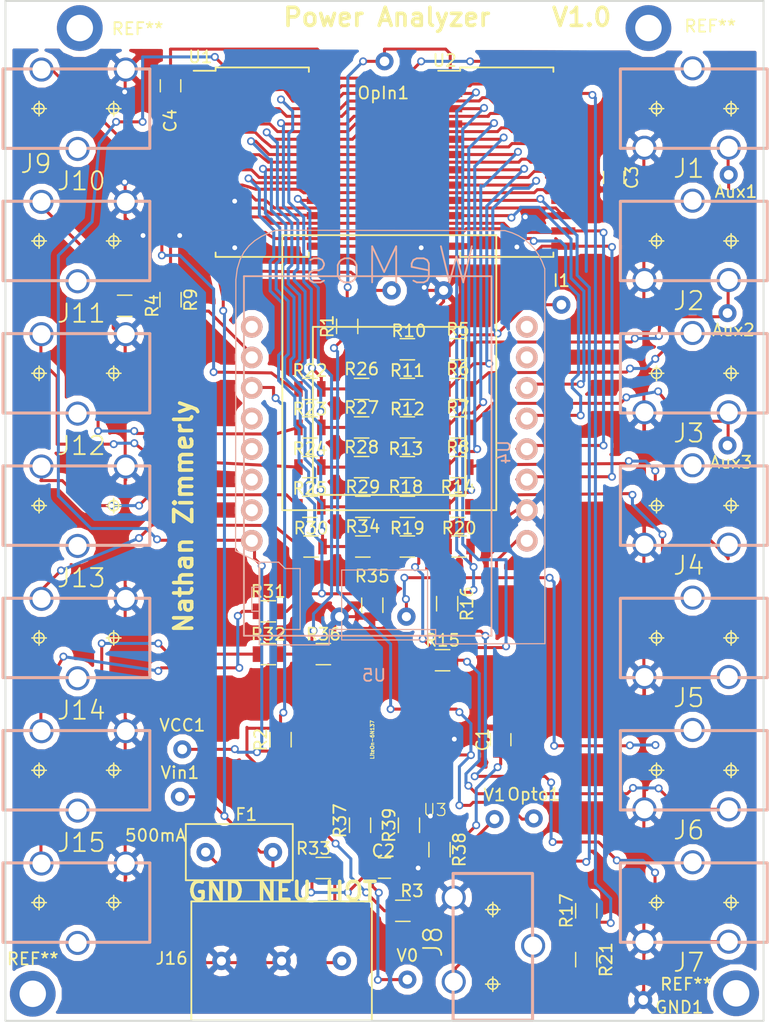
<source format=kicad_pcb>
(kicad_pcb (version 4) (host pcbnew 4.0.7)
  (layers (0 F.Cu signal) (31 B.Cu signal) (34 B.Paste user) (35 F.Paste user) (36 B.SilkS user) (37 F.SilkS user) (38 B.Mask user) (39 F.Mask user) (44 Edge.Cuts user))
  (net 0 "")
  (net 1 GND)
  (net 2 V0)
  (net 3 "Net-(C2-Pad2)")
  (net 4 Vin)
  (net 5 "Net-(F1-Pad2)")
  (net 6 "Net-(J1-Pad3)")
  (net 7 "Net-(J2-Pad3)")
  (net 8 "Net-(J3-Pad3)")
  (net 9 "Net-(J4-Pad3)")
  (net 10 "Net-(J4-Pad2)")
  (net 11 "Net-(J5-Pad3)")
  (net 12 "Net-(J5-Pad2)")
  (net 13 "Net-(J6-Pad3)")
  (net 14 "Net-(J6-Pad2)")
  (net 15 "Net-(J7-Pad3)")
  (net 16 "Net-(J7-Pad2)")
  (net 17 "Net-(J8-Pad3)")
  (net 18 "Net-(J8-Pad2)")
  (net 19 "Net-(J9-Pad3)")
  (net 20 "Net-(J9-Pad2)")
  (net 21 "Net-(J10-Pad3)")
  (net 22 "Net-(J10-Pad2)")
  (net 23 "Net-(J11-Pad3)")
  (net 24 "Net-(J11-Pad2)")
  (net 25 "Net-(J12-Pad3)")
  (net 26 "Net-(J12-Pad2)")
  (net 27 "Net-(J13-Pad3)")
  (net 28 "Net-(J13-Pad2)")
  (net 29 "Net-(J14-Pad3)")
  (net 30 "Net-(J14-Pad2)")
  (net 31 "Net-(J15-Pad3)")
  (net 32 "Net-(J15-Pad2)")
  (net 33 A0)
  (net 34 VMCU)
  (net 35 D3)
  (net 36 D2)
  (net 37 D1)
  (net 38 D0)
  (net 39 OptoIn)
  (net 40 ToA0)
  (net 41 I0)
  (net 42 I1)
  (net 43 I2)
  (net 44 I3)
  (net 45 I4)
  (net 46 I5)
  (net 47 I6)
  (net 48 I7)
  (net 49 I8)
  (net 50 I9)
  (net 51 I10)
  (net 52 I11)
  (net 53 I12)
  (net 54 I13)
  (net 55 I14)
  (net 56 "Net-(U3-Pad1)")
  (net 57 "Net-(U3-Pad4)")
  (net 58 D4)
  (net 59 "Net-(Aux1-Pad1)")
  (net 60 "Net-(Aux2-Pad1)")
  (net 61 "Net-(Aux3-Pad1)")
  (net 62 +3V3)
  (net 63 "Net-(Opto1-Pad1)")
  (net 64 "Net-(U5-Pad8)")
  (net 65 "Net-(U5-Pad7)")
  (net 66 "Net-(U5-Pad15)")
  (net 67 "Net-(U5-Pad14)")
  (net 68 "Net-(U5-Pad13)")
  (net 69 "Net-(U5-Pad12)")
  (net 70 "Net-(U5-Pad9)")
  (module Capacitors_SMD:C_0805 (layer F.Cu) (at 85.852 92.456 90)
    (fp_text reference C1 (at 0 -1.5 90) (layer F.SilkS))
    (fp_text value ".01 uF")
    (pad 1 smd rect (at -1 0 90) (size 1 1.25) (layers F.Cu F.Paste F.Mask) (net 62 +3V3))
    (pad 2 smd rect (at 1 0 90) (size 1 1.25) (layers F.Cu F.Paste F.Mask) (net 1 GND))
  )
  (module Capacitors_SMD:C_0805 (layer F.Cu) (at 76.2 103.124 180)
    (fp_text reference C2 (at 0.1 1.424 180) (layer F.SilkS))
    (fp_text value C)
    (pad 1 smd rect (at -1 0 180) (size 1 1.25) (layers F.Cu F.Paste F.Mask) (net 2 V0))
    (pad 2 smd rect (at 1 0 180) (size 1 1.25) (layers F.Cu F.Paste F.Mask) (net 3 "Net-(C2-Pad2)"))
  )
  (module Capacitors_SMD:C_0805 (layer F.Cu) (at 95.25 45.72 270)
    (fp_text reference C3 (at 0 -1.5 270) (layer F.SilkS))
    (fp_text value C)
    (pad 1 smd rect (at -1 0 270) (size 1 1.25) (layers F.Cu F.Paste F.Mask) (net 62 +3V3))
    (pad 2 smd rect (at 1 0 270) (size 1 1.25) (layers F.Cu F.Paste F.Mask) (net 1 GND))
  )
  (module Capacitors_SMD:C_0805 (layer F.Cu) (at 58.42 38.1 270)
    (fp_text reference C4 (at 2.9 0.02 270) (layer F.SilkS))
    (fp_text value C)
    (pad 1 smd rect (at -1 0 270) (size 1 1.25) (layers F.Cu F.Paste F.Mask) (net 62 +3V3))
    (pad 2 smd rect (at 1 0 270) (size 1 1.25) (layers F.Cu F.Paste F.Mask) (net 1 GND))
  )
  (module "PCB Revision 1:FUSE-500MA" (layer F.Cu) (at 68.58 104.14 180)
    (fp_text reference F1 (at 3.87 5.46 180) (layer F.SilkS))
    (fp_text value Fuse)
    (pad 1 thru_hole circle (at 1.65 2.335 180) (size 1.524 1.524) (drill 0.762) (layers *.Cu *.Mask) (net 4 Vin))
    (pad 2 thru_hole circle (at 7.24 2.335 180) (size 1.524 1.524) (drill 0.762) (layers *.Cu *.Mask) (net 5 "Net-(F1-Pad2)"))
  )
  (module "PCB Revision 1:CONN_TERM_BLOCK" (layer F.Cu) (at 64.5 104)
    (fp_text reference J16 (at -5.99 6.64) (layer F.SilkS))
    (fp_text value Conn_01x03)
    (pad 1 thru_hole circle (at -1.85 6.85) (size 1.524 1.524) (drill 0.762) (layers *.Cu *.Mask) (net 1 GND))
    (pad 2 thru_hole circle (at 3.15 6.85) (size 1.524 1.524) (drill 0.762) (layers *.Cu *.Mask) (net 1 GND))
    (pad 3 thru_hole circle (at 8.15 6.85) (size 1.524 1.524) (drill 0.762) (layers *.Cu *.Mask) (net 5 "Net-(F1-Pad2)"))
  )
  (module Measurement_Points:Measurement_Point_Round-TH_Small (layer F.Cu) (at 76.2 36.068)
    (fp_text reference OpIn1 (at -0.1 2.632) (layer F.SilkS))
    (fp_text value TEST)
    (pad 1 thru_hole circle (at 0 0) (size 1.5 1.5) (drill 0.8) (layers *.Cu *.Mask) (net 39 OptoIn))
  )
  (module Resistors_SMD:R_0805 (layer F.Cu) (at 73.1 58.1 90)
    (fp_text reference R1 (at 0 -1.65 90) (layer F.SilkS))
    (fp_text value R)
    (pad 1 smd rect (at -0.95 0 90) (size 0.7 1.3) (layers F.Cu F.Paste F.Mask) (net 63 "Net-(Opto1-Pad1)"))
    (pad 2 smd rect (at 0.95 0 90) (size 0.7 1.3) (layers F.Cu F.Paste F.Mask) (net 39 OptoIn))
  )
  (module Resistors_SMD:R_0805 (layer F.Cu) (at 67.564 92.456 90)
    (fp_text reference R2 (at 0 -1.65 90) (layer F.SilkS))
    (fp_text value R)
    (pad 1 smd rect (at -0.95 0 90) (size 0.7 1.3) (layers F.Cu F.Paste F.Mask) (net 62 +3V3))
    (pad 2 smd rect (at 0.95 0 90) (size 0.7 1.3) (layers F.Cu F.Paste F.Mask) (net 38 D0))
  )
  (module Resistors_SMD:R_0805 (layer F.Cu) (at 77.724 106.68)
    (fp_text reference R3 (at 0.762 -1.651) (layer F.SilkS))
    (fp_text value R)
    (pad 1 smd rect (at -0.95 0) (size 0.7 1.3) (layers F.Cu F.Paste F.Mask) (net 38 D0))
    (pad 2 smd rect (at 0.95 0) (size 0.7 1.3) (layers F.Cu F.Paste F.Mask) (net 1 GND))
  )
  (module Resistors_SMD:R_0805 (layer F.Cu) (at 54.61 56.388 180)
    (fp_text reference R4 (at -2.29 -0.012 270) (layer F.SilkS))
    (fp_text value R)
    (pad 1 smd rect (at -0.95 0 180) (size 0.7 1.3) (layers F.Cu F.Paste F.Mask) (net 40 ToA0))
    (pad 2 smd rect (at 0.95 0 180) (size 0.7 1.3) (layers F.Cu F.Paste F.Mask) (net 1 GND))
  )
  (module Resistors_SMD:R_0805 (layer F.Cu) (at 82.3 60)
    (fp_text reference R5 (at 0 -1.65) (layer F.SilkS))
    (fp_text value R)
    (pad 1 smd rect (at -0.95 0) (size 0.7 1.3) (layers F.Cu F.Paste F.Mask) (net 41 I0))
    (pad 2 smd rect (at 0.95 0) (size 0.7 1.3) (layers F.Cu F.Paste F.Mask) (net 59 "Net-(Aux1-Pad1)"))
  )
  (module Resistors_SMD:R_0805 (layer F.Cu) (at 82.3 63.3)
    (fp_text reference R6 (at 0 -1.65) (layer F.SilkS))
    (fp_text value R)
    (pad 1 smd rect (at -0.95 0) (size 0.7 1.3) (layers F.Cu F.Paste F.Mask) (net 42 I1))
    (pad 2 smd rect (at 0.95 0) (size 0.7 1.3) (layers F.Cu F.Paste F.Mask) (net 60 "Net-(Aux2-Pad1)"))
  )
  (module Resistors_SMD:R_0805 (layer F.Cu) (at 82.3 66.5)
    (fp_text reference R7 (at 0 -1.65) (layer F.SilkS))
    (fp_text value R)
    (pad 1 smd rect (at -0.95 0) (size 0.7 1.3) (layers F.Cu F.Paste F.Mask) (net 43 I2))
    (pad 2 smd rect (at 0.95 0) (size 0.7 1.3) (layers F.Cu F.Paste F.Mask) (net 61 "Net-(Aux3-Pad1)"))
  )
  (module Resistors_SMD:R_0805 (layer F.Cu) (at 82.3 69.8)
    (fp_text reference R8 (at 0 -1.65) (layer F.SilkS))
    (fp_text value R)
    (pad 1 smd rect (at -0.95 0) (size 0.7 1.3) (layers F.Cu F.Paste F.Mask) (net 44 I3))
    (pad 2 smd rect (at 0.95 0) (size 0.7 1.3) (layers F.Cu F.Paste F.Mask) (net 10 "Net-(J4-Pad2)"))
  )
  (module Resistors_SMD:R_0805 (layer F.Cu) (at 58.42 55.88 90)
    (fp_text reference R9 (at -0.02 1.68 90) (layer F.SilkS))
    (fp_text value R)
    (pad 1 smd rect (at -0.95 0 90) (size 0.7 1.3) (layers F.Cu F.Paste F.Mask) (net 33 A0))
    (pad 2 smd rect (at 0.95 0 90) (size 0.7 1.3) (layers F.Cu F.Paste F.Mask) (net 40 ToA0))
  )
  (module Resistors_SMD:R_0805 (layer F.Cu) (at 78.1 60 180)
    (fp_text reference R10 (at -0.127 1.524 180) (layer F.SilkS))
    (fp_text value R)
    (pad 1 smd rect (at -0.95 0 180) (size 0.7 1.3) (layers F.Cu F.Paste F.Mask) (net 41 I0))
    (pad 2 smd rect (at 0.95 0 180) (size 0.7 1.3) (layers F.Cu F.Paste F.Mask) (net 1 GND))
  )
  (module Resistors_SMD:R_0805 (layer F.Cu) (at 78.1 63.3 180)
    (fp_text reference R11 (at 0 1.524 180) (layer F.SilkS))
    (fp_text value R)
    (pad 1 smd rect (at -0.95 0 180) (size 0.7 1.3) (layers F.Cu F.Paste F.Mask) (net 42 I1))
    (pad 2 smd rect (at 0.95 0 180) (size 0.7 1.3) (layers F.Cu F.Paste F.Mask) (net 1 GND))
  )
  (module Resistors_SMD:R_0805 (layer F.Cu) (at 78.1 66.5 180)
    (fp_text reference R12 (at 0 1.524 180) (layer F.SilkS))
    (fp_text value R)
    (pad 1 smd rect (at -0.95 0 180) (size 0.7 1.3) (layers F.Cu F.Paste F.Mask) (net 43 I2))
    (pad 2 smd rect (at 0.95 0 180) (size 0.7 1.3) (layers F.Cu F.Paste F.Mask) (net 1 GND))
  )
  (module Resistors_SMD:R_0805 (layer F.Cu) (at 78.1 69.8 180)
    (fp_text reference R13 (at 0.127 1.524 180) (layer F.SilkS))
    (fp_text value R)
    (pad 1 smd rect (at -0.95 0 180) (size 0.7 1.3) (layers F.Cu F.Paste F.Mask) (net 44 I3))
    (pad 2 smd rect (at 0.95 0 180) (size 0.7 1.3) (layers F.Cu F.Paste F.Mask) (net 1 GND))
  )
  (module Resistors_SMD:R_0805 (layer F.Cu) (at 82.3 73.1)
    (fp_text reference R14 (at 0 -1.65) (layer F.SilkS))
    (fp_text value R)
    (pad 1 smd rect (at -0.95 0) (size 0.7 1.3) (layers F.Cu F.Paste F.Mask) (net 45 I4))
    (pad 2 smd rect (at 0.95 0) (size 0.7 1.3) (layers F.Cu F.Paste F.Mask) (net 12 "Net-(J5-Pad2)"))
  )
  (module Resistors_SMD:R_0805 (layer F.Cu) (at 81.026 85.852)
    (fp_text reference R15 (at 0 -1.65) (layer F.SilkS))
    (fp_text value R)
    (pad 1 smd rect (at -0.95 0) (size 0.7 1.3) (layers F.Cu F.Paste F.Mask) (net 46 I5))
    (pad 2 smd rect (at 0.95 0) (size 0.7 1.3) (layers F.Cu F.Paste F.Mask) (net 14 "Net-(J6-Pad2)"))
  )
  (module Resistors_SMD:R_0805 (layer F.Cu) (at 81.407 81.153 270)
    (fp_text reference R16 (at 0 -1.65 270) (layer F.SilkS))
    (fp_text value R)
    (pad 1 smd rect (at -0.95 0 270) (size 0.7 1.3) (layers F.Cu F.Paste F.Mask) (net 47 I6))
    (pad 2 smd rect (at 0.95 0 270) (size 0.7 1.3) (layers F.Cu F.Paste F.Mask) (net 16 "Net-(J7-Pad2)"))
  )
  (module Resistors_SMD:R_0805 (layer F.Cu) (at 92.964 106.68 90)
    (fp_text reference R17 (at 0 -1.65 90) (layer F.SilkS))
    (fp_text value R)
    (pad 1 smd rect (at -0.95 0 90) (size 0.7 1.3) (layers F.Cu F.Paste F.Mask) (net 48 I7))
    (pad 2 smd rect (at 0.95 0 90) (size 0.7 1.3) (layers F.Cu F.Paste F.Mask) (net 18 "Net-(J8-Pad2)"))
  )
  (module Resistors_SMD:R_0805 (layer F.Cu) (at 78.1 73.1 180)
    (fp_text reference R18 (at 0.127 1.651 180) (layer F.SilkS))
    (fp_text value R)
    (pad 1 smd rect (at -0.95 0 180) (size 0.7 1.3) (layers F.Cu F.Paste F.Mask) (net 45 I4))
    (pad 2 smd rect (at 0.95 0 180) (size 0.7 1.3) (layers F.Cu F.Paste F.Mask) (net 1 GND))
  )
  (module Resistors_SMD:R_0805 (layer F.Cu) (at 78.1 76.4 180)
    (fp_text reference R19 (at 0 1.524 180) (layer F.SilkS))
    (fp_text value R)
    (pad 1 smd rect (at -0.95 0 180) (size 0.7 1.3) (layers F.Cu F.Paste F.Mask) (net 46 I5))
    (pad 2 smd rect (at 0.95 0 180) (size 0.7 1.3) (layers F.Cu F.Paste F.Mask) (net 1 GND))
  )
  (module Resistors_SMD:R_0805 (layer F.Cu) (at 82.4 76.4 180)
    (fp_text reference R20 (at 0 1.524 180) (layer F.SilkS))
    (fp_text value R)
    (pad 1 smd rect (at -0.95 0 180) (size 0.7 1.3) (layers F.Cu F.Paste F.Mask) (net 47 I6))
    (pad 2 smd rect (at 0.95 0 180) (size 0.7 1.3) (layers F.Cu F.Paste F.Mask) (net 1 GND))
  )
  (module Resistors_SMD:R_0805 (layer F.Cu) (at 92.964 110.744 270)
    (fp_text reference R21 (at 0 -1.65 270) (layer F.SilkS))
    (fp_text value R)
    (pad 1 smd rect (at -0.95 0 270) (size 0.7 1.3) (layers F.Cu F.Paste F.Mask) (net 48 I7))
    (pad 2 smd rect (at 0.95 0 270) (size 0.7 1.3) (layers F.Cu F.Paste F.Mask) (net 1 GND))
  )
  (module Resistors_SMD:R_0805 (layer F.Cu) (at 70 63.3 180)
    (fp_text reference R22 (at 0 1.524 180) (layer F.SilkS))
    (fp_text value R)
    (pad 1 smd rect (at -0.95 0 180) (size 0.7 1.3) (layers F.Cu F.Paste F.Mask) (net 49 I8))
    (pad 2 smd rect (at 0.95 0 180) (size 0.7 1.3) (layers F.Cu F.Paste F.Mask) (net 20 "Net-(J9-Pad2)"))
  )
  (module Resistors_SMD:R_0805 (layer F.Cu) (at 70 66.5 180)
    (fp_text reference R23 (at 0 1.524 180) (layer F.SilkS))
    (fp_text value R)
    (pad 1 smd rect (at -0.95 0 180) (size 0.7 1.3) (layers F.Cu F.Paste F.Mask) (net 50 I9))
    (pad 2 smd rect (at 0.95 0 180) (size 0.7 1.3) (layers F.Cu F.Paste F.Mask) (net 22 "Net-(J10-Pad2)"))
  )
  (module Resistors_SMD:R_0805 (layer F.Cu) (at 70 69.8 180)
    (fp_text reference R24 (at 0 1.524 180) (layer F.SilkS))
    (fp_text value R)
    (pad 1 smd rect (at -0.95 0 180) (size 0.7 1.3) (layers F.Cu F.Paste F.Mask) (net 51 I10))
    (pad 2 smd rect (at 0.95 0 180) (size 0.7 1.3) (layers F.Cu F.Paste F.Mask) (net 24 "Net-(J11-Pad2)"))
  )
  (module Resistors_SMD:R_0805 (layer F.Cu) (at 70 73.1 180)
    (fp_text reference R25 (at 0 1.524 180) (layer F.SilkS))
    (fp_text value R)
    (pad 1 smd rect (at -0.95 0 180) (size 0.7 1.3) (layers F.Cu F.Paste F.Mask) (net 52 I11))
    (pad 2 smd rect (at 0.95 0 180) (size 0.7 1.3) (layers F.Cu F.Paste F.Mask) (net 26 "Net-(J12-Pad2)"))
  )
  (module Resistors_SMD:R_0805 (layer F.Cu) (at 74.3 63.3)
    (fp_text reference R26 (at 0 -1.65) (layer F.SilkS))
    (fp_text value R)
    (pad 1 smd rect (at -0.95 0) (size 0.7 1.3) (layers F.Cu F.Paste F.Mask) (net 49 I8))
    (pad 2 smd rect (at 0.95 0) (size 0.7 1.3) (layers F.Cu F.Paste F.Mask) (net 1 GND))
  )
  (module Resistors_SMD:R_0805 (layer F.Cu) (at 74.3 66.5)
    (fp_text reference R27 (at 0 -1.65) (layer F.SilkS))
    (fp_text value R)
    (pad 1 smd rect (at -0.95 0) (size 0.7 1.3) (layers F.Cu F.Paste F.Mask) (net 50 I9))
    (pad 2 smd rect (at 0.95 0) (size 0.7 1.3) (layers F.Cu F.Paste F.Mask) (net 1 GND))
  )
  (module Resistors_SMD:R_0805 (layer F.Cu) (at 74.3 69.8)
    (fp_text reference R28 (at 0 -1.65) (layer F.SilkS))
    (fp_text value R)
    (pad 1 smd rect (at -0.95 0) (size 0.7 1.3) (layers F.Cu F.Paste F.Mask) (net 51 I10))
    (pad 2 smd rect (at 0.95 0) (size 0.7 1.3) (layers F.Cu F.Paste F.Mask) (net 1 GND))
  )
  (module Resistors_SMD:R_0805 (layer F.Cu) (at 74.4 73.1)
    (fp_text reference R29 (at 0 -1.65) (layer F.SilkS))
    (fp_text value R)
    (pad 1 smd rect (at -0.95 0) (size 0.7 1.3) (layers F.Cu F.Paste F.Mask) (net 52 I11))
    (pad 2 smd rect (at 0.95 0) (size 0.7 1.3) (layers F.Cu F.Paste F.Mask) (net 1 GND))
  )
  (module Resistors_SMD:R_0805 (layer F.Cu) (at 70.1 76.4 180)
    (fp_text reference R30 (at 0 1.524 180) (layer F.SilkS))
    (fp_text value R)
    (pad 1 smd rect (at -0.95 0 180) (size 0.7 1.3) (layers F.Cu F.Paste F.Mask) (net 53 I12))
    (pad 2 smd rect (at 0.95 0 180) (size 0.7 1.3) (layers F.Cu F.Paste F.Mask) (net 28 "Net-(J13-Pad2)"))
  )
  (module Resistors_SMD:R_0805 (layer F.Cu) (at 66.548 81.788 180)
    (fp_text reference R31 (at 0 1.651 180) (layer F.SilkS))
    (fp_text value R)
    (pad 1 smd rect (at -0.95 0 180) (size 0.7 1.3) (layers F.Cu F.Paste F.Mask) (net 54 I13))
    (pad 2 smd rect (at 0.95 0 180) (size 0.7 1.3) (layers F.Cu F.Paste F.Mask) (net 30 "Net-(J14-Pad2)"))
  )
  (module Resistors_SMD:R_0805 (layer F.Cu) (at 66.548 85.344 180)
    (fp_text reference R32 (at 0 1.651 180) (layer F.SilkS))
    (fp_text value R)
    (pad 1 smd rect (at -0.95 0 180) (size 0.7 1.3) (layers F.Cu F.Paste F.Mask) (net 55 I14))
    (pad 2 smd rect (at 0.95 0 180) (size 0.7 1.3) (layers F.Cu F.Paste F.Mask) (net 32 "Net-(J15-Pad2)"))
  )
  (module Resistors_SMD:R_0805 (layer F.Cu) (at 71.12 103.124)
    (fp_text reference R33 (at -0.82 -1.624) (layer F.SilkS))
    (fp_text value R)
    (pad 1 smd rect (at -0.95 0) (size 0.7 1.3) (layers F.Cu F.Paste F.Mask) (net 3 "Net-(C2-Pad2)"))
    (pad 2 smd rect (at 0.95 0) (size 0.7 1.3) (layers F.Cu F.Paste F.Mask) (net 4 Vin))
  )
  (module Resistors_SMD:R_0805 (layer F.Cu) (at 74.4 76.4)
    (fp_text reference R34 (at 0 -1.65) (layer F.SilkS))
    (fp_text value R)
    (pad 1 smd rect (at -0.95 0) (size 0.7 1.3) (layers F.Cu F.Paste F.Mask) (net 53 I12))
    (pad 2 smd rect (at 0.95 0) (size 0.7 1.3) (layers F.Cu F.Paste F.Mask) (net 1 GND))
  )
  (module Resistors_SMD:R_0805 (layer F.Cu) (at 75.184 81.28 270)
    (fp_text reference R35 (at -2.413 0 360) (layer F.SilkS))
    (fp_text value R)
    (pad 1 smd rect (at -0.95 0 270) (size 0.7 1.3) (layers F.Cu F.Paste F.Mask) (net 54 I13))
    (pad 2 smd rect (at 0.95 0 270) (size 0.7 1.3) (layers F.Cu F.Paste F.Mask) (net 1 GND))
  )
  (module Resistors_SMD:R_0805 (layer F.Cu) (at 71.12 85.344)
    (fp_text reference R36 (at 0 -1.65) (layer F.SilkS))
    (fp_text value R)
    (pad 1 smd rect (at -0.95 0) (size 0.7 1.3) (layers F.Cu F.Paste F.Mask) (net 55 I14))
    (pad 2 smd rect (at 0.95 0) (size 0.7 1.3) (layers F.Cu F.Paste F.Mask) (net 1 GND))
  )
  (module Resistors_SMD:R_0805 (layer F.Cu) (at 74.168 99.568 90)
    (fp_text reference R37 (at 0.368 -1.668 90) (layer F.SilkS))
    (fp_text value R)
    (pad 1 smd rect (at -0.95 0 90) (size 0.7 1.3) (layers F.Cu F.Paste F.Mask) (net 3 "Net-(C2-Pad2)"))
    (pad 2 smd rect (at 0.95 0 90) (size 0.7 1.3) (layers F.Cu F.Paste F.Mask) (net 1 GND))
  )
  (module Resistors_SMD:R_0805 (layer F.Cu) (at 80.772 101.6 270)
    (fp_text reference R38 (at 0 -1.65 270) (layer F.SilkS))
    (fp_text value R)
    (pad 1 smd rect (at -0.95 0 270) (size 0.7 1.3) (layers F.Cu F.Paste F.Mask) (net 62 +3V3))
    (pad 2 smd rect (at 0.95 0 270) (size 0.7 1.3) (layers F.Cu F.Paste F.Mask) (net 2 V0))
  )
  (module Resistors_SMD:R_0805 (layer F.Cu) (at 78.232 99.568 90)
    (fp_text reference R39 (at 0 -1.65 90) (layer F.SilkS))
    (fp_text value R)
    (pad 1 smd rect (at -0.95 0 90) (size 0.7 1.3) (layers F.Cu F.Paste F.Mask) (net 2 V0))
    (pad 2 smd rect (at 0.95 0 90) (size 0.7 1.3) (layers F.Cu F.Paste F.Mask) (net 1 GND))
  )
  (module Housings_SOIC:SOIC-24W_7.5x15.4mm_Pitch1.27mm (layer F.Cu) (at 66.04 44.45)
    (fp_text reference U1 (at -5.14 -8.75) (layer F.SilkS))
    (fp_text value CD74HC4067SM96G4)
    (pad 1 smd rect (at -4.7 -6.985) (size 2 0.6) (layers F.Cu F.Paste F.Mask) (net 40 ToA0))
    (pad 2 smd rect (at -4.7 -5.715) (size 2 0.6) (layers F.Cu F.Paste F.Mask) (net 47 I6))
    (pad 3 smd rect (at -4.7 -4.445) (size 2 0.6) (layers F.Cu F.Paste F.Mask) (net 46 I5))
    (pad 4 smd rect (at -4.7 -3.175) (size 2 0.6) (layers F.Cu F.Paste F.Mask) (net 45 I4))
    (pad 5 smd rect (at -4.7 -1.905) (size 2 0.6) (layers F.Cu F.Paste F.Mask) (net 44 I3))
    (pad 6 smd rect (at -4.7 -0.635) (size 2 0.6) (layers F.Cu F.Paste F.Mask) (net 43 I2))
    (pad 7 smd rect (at -4.7 0.635) (size 2 0.6) (layers F.Cu F.Paste F.Mask) (net 42 I1))
    (pad 8 smd rect (at -4.7 1.905) (size 2 0.6) (layers F.Cu F.Paste F.Mask) (net 41 I0))
    (pad 9 smd rect (at -4.7 3.175) (size 2 0.6) (layers F.Cu F.Paste F.Mask) (net 2 V0))
    (pad 10 smd rect (at -4.7 4.445) (size 2 0.6) (layers F.Cu F.Paste F.Mask) (net 37 D1))
    (pad 11 smd rect (at -4.7 5.715) (size 2 0.6) (layers F.Cu F.Paste F.Mask) (net 36 D2))
    (pad 12 smd rect (at -4.7 6.985) (size 2 0.6) (layers F.Cu F.Paste F.Mask) (net 1 GND))
    (pad 13 smd rect (at 4.7 6.985) (size 2 0.6) (layers F.Cu F.Paste F.Mask) (net 58 D4))
    (pad 14 smd rect (at 4.7 5.715) (size 2 0.6) (layers F.Cu F.Paste F.Mask) (net 35 D3))
    (pad 15 smd rect (at 4.7 4.445) (size 2 0.6) (layers F.Cu F.Paste F.Mask) (net 1 GND))
    (pad 16 smd rect (at 4.7 3.175) (size 2 0.6) (layers F.Cu F.Paste F.Mask) (net 55 I14))
    (pad 17 smd rect (at 4.7 1.905) (size 2 0.6) (layers F.Cu F.Paste F.Mask) (net 54 I13))
    (pad 18 smd rect (at 4.7 0.635) (size 2 0.6) (layers F.Cu F.Paste F.Mask) (net 53 I12))
    (pad 19 smd rect (at 4.7 -0.635) (size 2 0.6) (layers F.Cu F.Paste F.Mask) (net 52 I11))
    (pad 20 smd rect (at 4.7 -1.905) (size 2 0.6) (layers F.Cu F.Paste F.Mask) (net 51 I10))
    (pad 21 smd rect (at 4.7 -3.175) (size 2 0.6) (layers F.Cu F.Paste F.Mask) (net 50 I9))
    (pad 22 smd rect (at 4.7 -4.445) (size 2 0.6) (layers F.Cu F.Paste F.Mask) (net 49 I8))
    (pad 23 smd rect (at 4.7 -5.715) (size 2 0.6) (layers F.Cu F.Paste F.Mask) (net 48 I7))
    (pad 24 smd rect (at 4.7 -6.985) (size 2 0.6) (layers F.Cu F.Paste F.Mask) (net 62 +3V3))
  )
  (module Housings_SOIC:SOIC-24W_7.5x15.4mm_Pitch1.27mm (layer F.Cu) (at 86.36 44.45)
    (fp_text reference U2 (at -5.16 -8.45) (layer F.SilkS))
    (fp_text value CD74HC4067SM96G4)
    (pad 1 smd rect (at -4.7 -6.985) (size 2 0.6) (layers F.Cu F.Paste F.Mask) (net 39 OptoIn))
    (pad 2 smd rect (at -4.7 -5.715) (size 2 0.6) (layers F.Cu F.Paste F.Mask) (net 47 I6))
    (pad 3 smd rect (at -4.7 -4.445) (size 2 0.6) (layers F.Cu F.Paste F.Mask) (net 46 I5))
    (pad 4 smd rect (at -4.7 -3.175) (size 2 0.6) (layers F.Cu F.Paste F.Mask) (net 45 I4))
    (pad 5 smd rect (at -4.7 -1.905) (size 2 0.6) (layers F.Cu F.Paste F.Mask) (net 44 I3))
    (pad 6 smd rect (at -4.7 -0.635) (size 2 0.6) (layers F.Cu F.Paste F.Mask) (net 43 I2))
    (pad 7 smd rect (at -4.7 0.635) (size 2 0.6) (layers F.Cu F.Paste F.Mask) (net 42 I1))
    (pad 8 smd rect (at -4.7 1.905) (size 2 0.6) (layers F.Cu F.Paste F.Mask) (net 41 I0))
    (pad 9 smd rect (at -4.7 3.175) (size 2 0.6) (layers F.Cu F.Paste F.Mask) (net 2 V0))
    (pad 10 smd rect (at -4.7 4.445) (size 2 0.6) (layers F.Cu F.Paste F.Mask) (net 37 D1))
    (pad 11 smd rect (at -4.7 5.715) (size 2 0.6) (layers F.Cu F.Paste F.Mask) (net 36 D2))
    (pad 12 smd rect (at -4.7 6.985) (size 2 0.6) (layers F.Cu F.Paste F.Mask) (net 1 GND))
    (pad 13 smd rect (at 4.7 6.985) (size 2 0.6) (layers F.Cu F.Paste F.Mask) (net 58 D4))
    (pad 14 smd rect (at 4.7 5.715) (size 2 0.6) (layers F.Cu F.Paste F.Mask) (net 35 D3))
    (pad 15 smd rect (at 4.7 4.445) (size 2 0.6) (layers F.Cu F.Paste F.Mask) (net 1 GND))
    (pad 16 smd rect (at 4.7 3.175) (size 2 0.6) (layers F.Cu F.Paste F.Mask) (net 55 I14))
    (pad 17 smd rect (at 4.7 1.905) (size 2 0.6) (layers F.Cu F.Paste F.Mask) (net 54 I13))
    (pad 18 smd rect (at 4.7 0.635) (size 2 0.6) (layers F.Cu F.Paste F.Mask) (net 53 I12))
    (pad 19 smd rect (at 4.7 -0.635) (size 2 0.6) (layers F.Cu F.Paste F.Mask) (net 52 I11))
    (pad 20 smd rect (at 4.7 -1.905) (size 2 0.6) (layers F.Cu F.Paste F.Mask) (net 51 I10))
    (pad 21 smd rect (at 4.7 -3.175) (size 2 0.6) (layers F.Cu F.Paste F.Mask) (net 50 I9))
    (pad 22 smd rect (at 4.7 -4.445) (size 2 0.6) (layers F.Cu F.Paste F.Mask) (net 49 I8))
    (pad 23 smd rect (at 4.7 -5.715) (size 2 0.6) (layers F.Cu F.Paste F.Mask) (net 48 I7))
    (pad 24 smd rect (at 4.7 -6.985) (size 2 0.6) (layers F.Cu F.Paste F.Mask) (net 62 +3V3))
  )
  (module kicad-libraries-master-2:SMD-8 (layer F.Cu) (at 75.184 92.456 270)
    (fp_text reference U3 (at 5.844 -5.216 360) (layer F.SilkS) (effects (font (thickness 0.1))))
    (fp_text value LiteOn-6N137 (at 0 0 270) (layer F.SilkS) (effects (font (size 0.3 0.3) (thickness 0.075))))
    (pad 1 smd rect (at 3.81 -5 270) (size 1.78 2) (layers F.Cu F.Paste F.Mask) (net 56 "Net-(U3-Pad1)"))
    (pad 2 smd rect (at 1.27 -5 270) (size 1.78 2) (layers F.Cu F.Paste F.Mask) (net 63 "Net-(Opto1-Pad1)"))
    (pad 3 smd rect (at -1.27 -5 270) (size 1.78 2) (layers F.Cu F.Paste F.Mask) (net 1 GND))
    (pad 4 smd rect (at -3.81 -5 270) (size 1.78 2) (layers F.Cu F.Paste F.Mask) (net 57 "Net-(U3-Pad4)"))
    (pad 5 smd rect (at -3.81 5 270) (size 1.78 2) (layers F.Cu F.Paste F.Mask) (net 1 GND))
    (pad 6 smd rect (at -1.27 5 270) (size 1.78 2) (layers F.Cu F.Paste F.Mask) (net 38 D0))
    (pad 7 smd rect (at 1.27 5 270) (size 1.78 2) (layers F.Cu F.Paste F.Mask) (net 62 +3V3))
    (pad 8 smd rect (at 3.81 5 270) (size 1.78 2) (layers F.Cu F.Paste F.Mask) (net 62 +3V3))
  )
  (module "PCB Revision 1:Power-Supply" (layer B.Cu) (at 85.09 83.82 90)
    (fp_text reference U4 (at 15.26 1.05 90) (layer B.SilkS) (effects (justify mirror)))
    (fp_text value xl-007-power-supply)
    (pad 1 thru_hole circle (at 1.59 -7.07 90) (size 1.524 1.524) (drill 0.762) (layers *.Cu *.Mask) (net 34 VMCU))
    (pad 2 thru_hole circle (at 1.59 -12.62 90) (size 1.524 1.524) (drill 0.762) (layers *.Cu *.Mask) (net 1 GND))
    (pad 3 thru_hole circle (at 28.71 -3.98 90) (size 1.524 1.524) (drill 0.762) (layers *.Cu *.Mask) (net 1 GND))
    (pad 4 thru_hole circle (at 28.71 -8.3 90) (size 1.524 1.524) (drill 0.762) (layers *.Cu *.Mask) (net 4 Vin))
  )
  (module Measurement_Points:Measurement_Point_Round-TH_Small (layer F.Cu) (at 85.344 99.06)
    (fp_text reference V1 (at 0 -2) (layer F.SilkS))
    (fp_text value TEST)
    (pad 1 thru_hole circle (at 0 0) (size 1.5 1.5) (drill 0.8) (layers *.Cu *.Mask) (net 2 V0))
  )
  (module wemos_d1_mini:D1_mini_board (layer B.Cu) (at 76.6 68.3 180)
    (fp_text reference U5 (at 1.27 -18.81 180) (layer B.SilkS) (effects (justify mirror)))
    (fp_text value WeMos_mini)
    (fp_text user WeMos (at 0 15.24 180) (layer B.SilkS) (effects (font (size 3 3)) (justify mirror)))
    (pad 8 thru_hole circle (at -11.43 10.16 180) (size 1.8 1.8) (drill 1.016) (layers *.Cu *.Mask B.SilkS) (net 64 "Net-(U5-Pad8)"))
    (pad 7 thru_hole circle (at -11.43 7.62 180) (size 1.8 1.8) (drill 1.016) (layers *.Cu *.Mask B.SilkS) (net 65 "Net-(U5-Pad7)"))
    (pad 6 thru_hole circle (at -11.43 5.08 180) (size 1.8 1.8) (drill 1.016) (layers *.Cu *.Mask B.SilkS) (net 37 D1))
    (pad 5 thru_hole circle (at -11.43 2.54 180) (size 1.8 1.8) (drill 1.016) (layers *.Cu *.Mask B.SilkS) (net 36 D2))
    (pad 4 thru_hole circle (at -11.43 0 180) (size 1.8 1.8) (drill 1.016) (layers *.Cu *.Mask B.SilkS) (net 35 D3))
    (pad 3 thru_hole circle (at -11.43 -2.54 180) (size 1.8 1.8) (drill 1.016) (layers *.Cu *.Mask B.SilkS) (net 58 D4))
    (pad 2 thru_hole circle (at -11.43 -5.08 180) (size 1.8 1.8) (drill 1.016) (layers *.Cu *.Mask B.SilkS) (net 1 GND))
    (pad 1 thru_hole circle (at -11.43 -7.62 180) (size 1.8 1.8) (drill 1.016) (layers *.Cu *.Mask B.SilkS) (net 34 VMCU))
    (pad 16 thru_hole circle (at 11.43 -7.62 180) (size 1.8 1.8) (drill 1.016) (layers *.Cu *.Mask B.SilkS) (net 62 +3V3))
    (pad 15 thru_hole circle (at 11.43 -5.08 180) (size 1.8 1.8) (drill 1.016) (layers *.Cu *.Mask B.SilkS) (net 66 "Net-(U5-Pad15)"))
    (pad 14 thru_hole circle (at 11.43 -2.54 180) (size 1.8 1.8) (drill 1.016) (layers *.Cu *.Mask B.SilkS) (net 67 "Net-(U5-Pad14)"))
    (pad 13 thru_hole circle (at 11.43 0 180) (size 1.8 1.8) (drill 1.016) (layers *.Cu *.Mask B.SilkS) (net 68 "Net-(U5-Pad13)"))
    (pad 12 thru_hole circle (at 11.43 2.54 180) (size 1.8 1.8) (drill 1.016) (layers *.Cu *.Mask B.SilkS) (net 69 "Net-(U5-Pad12)"))
    (pad 11 thru_hole circle (at 11.43 5.08 180) (size 1.8 1.8) (drill 1.016) (layers *.Cu *.Mask B.SilkS) (net 38 D0))
    (pad 10 thru_hole circle (at 11.43 7.62 180) (size 1.8 1.8) (drill 1.016) (layers *.Cu *.Mask B.SilkS) (net 33 A0))
    (pad 9 thru_hole circle (at 11.43 10.16 180) (size 1.8 1.8) (drill 1.016) (layers *.Cu *.Mask B.SilkS) (net 70 "Net-(U5-Pad9)"))
  )
  (module Measurement_Points:Measurement_Point_Round-TH_Small (layer F.Cu) (at 104.8 45.5)
    (fp_text reference Aux1 (at 0.6 1.4) (layer F.SilkS))
    (fp_text value TEST)
    (pad 1 thru_hole circle (at 0 0) (size 1.5 1.5) (drill 0.8) (layers *.Cu *.Mask) (net 59 "Net-(Aux1-Pad1)"))
  )
  (module Measurement_Points:Measurement_Point_Round-TH_Small (layer F.Cu) (at 104.7 57)
    (fp_text reference Aux2 (at 0.5 1.4) (layer F.SilkS))
    (fp_text value TEST)
    (pad 1 thru_hole circle (at 0 0) (size 1.5 1.5) (drill 0.8) (layers *.Cu *.Mask) (net 60 "Net-(Aux2-Pad1)"))
  )
  (module Measurement_Points:Measurement_Point_Round-TH_Small (layer F.Cu) (at 104.7 68)
    (fp_text reference Aux3 (at 0.3 1.4) (layer F.SilkS))
    (fp_text value TEST)
    (pad 1 thru_hole circle (at 0 0) (size 1.5 1.5) (drill 0.8) (layers *.Cu *.Mask) (net 61 "Net-(Aux3-Pad1)"))
  )
  (module Measurement_Points:Measurement_Point_Round-TH_Small (layer F.Cu) (at 97.7 114.1)
    (fp_text reference GND1 (at 3 0.6) (layer F.SilkS))
    (fp_text value TEST)
    (pad 1 thru_hole circle (at 0 0) (size 1.5 1.5) (drill 0.8) (layers *.Cu *.Mask) (net 1 GND))
  )
  (module Measurement_Points:Measurement_Point_Round-TH_Small (layer F.Cu) (at 90.9 56.3)
    (fp_text reference I1 (at 0 -2) (layer F.SilkS))
    (fp_text value TEST)
    (pad 1 thru_hole circle (at 0 0) (size 1.5 1.5) (drill 0.8) (layers *.Cu *.Mask) (net 41 I0))
  )
  (module Measurement_Points:Measurement_Point_Round-TH_Small (layer F.Cu) (at 88.6 99)
    (fp_text reference Opto1 (at 0 -2) (layer F.SilkS))
    (fp_text value TEST)
    (pad 1 thru_hole circle (at 0 0) (size 1.5 1.5) (drill 0.8) (layers *.Cu *.Mask) (net 63 "Net-(Opto1-Pad1)"))
  )
  (module Measurement_Points:Measurement_Point_Round-TH_Small (layer F.Cu) (at 78.1 112.4)
    (fp_text reference V0 (at 0 -2) (layer F.SilkS))
    (fp_text value TEST)
    (pad 1 thru_hole circle (at 0 0) (size 1.5 1.5) (drill 0.8) (layers *.Cu *.Mask) (net 3 "Net-(C2-Pad2)"))
  )
  (module Measurement_Points:Measurement_Point_Round-TH_Small (layer F.Cu) (at 59.4 93.26)
    (fp_text reference VCC1 (at 0 -2) (layer F.SilkS))
    (fp_text value TEST)
    (pad 1 thru_hole circle (at 0 0) (size 1.5 1.5) (drill 0.8) (layers *.Cu *.Mask) (net 62 +3V3))
  )
  (module Measurement_Points:Measurement_Point_Round-TH_Small (layer F.Cu) (at 59.2 97.2)
    (fp_text reference Vin1 (at 0 -2) (layer F.SilkS))
    (fp_text value TEST)
    (pad 1 thru_hole circle (at 0 0) (size 1.5 1.5) (drill 0.8) (layers *.Cu *.Mask) (net 4 Vin))
  )
  (module "PCB Revision 1:AUDIO-JACK-TRRS-SMD-2" (layer F.Cu) (at 108 40 180)
    (fp_text reference J1 (at 6.51 -4.98 180) (layer F.SilkS))
    (fp_text value Jack-DC hide)
    (pad 3 thru_hole circle (at 6.1976 3.35134 180) (size 2 2) (drill 1.5) (layers *.Cu *.Mask) (net 6 "Net-(J1-Pad3)"))
    (pad 2 thru_hole circle (at 3.19786 -3.24866) (size 2 2) (drill 1.5) (layers *.Cu *.Mask) (net 59 "Net-(Aux1-Pad1)"))
    (pad 1 thru_hole circle (at 10.1981 -3.24866 180) (size 2 2) (drill 1.5) (layers *.Cu *.Mask) (net 1 GND))
  )
  (module "PCB Revision 1:AUDIO-JACK-TRRS-SMD-2" (layer F.Cu) (at 108 51 180)
    (fp_text reference J2 (at 6.51 -4.98 180) (layer F.SilkS))
    (fp_text value Jack-DC hide)
    (pad 3 thru_hole circle (at 6.1976 3.35134 180) (size 2 2) (drill 1.5) (layers *.Cu *.Mask) (net 7 "Net-(J2-Pad3)"))
    (pad 2 thru_hole circle (at 3.19786 -3.24866) (size 2 2) (drill 1.5) (layers *.Cu *.Mask) (net 60 "Net-(Aux2-Pad1)"))
    (pad 1 thru_hole circle (at 10.1981 -3.24866 180) (size 2 2) (drill 1.5) (layers *.Cu *.Mask) (net 1 GND))
  )
  (module "PCB Revision 1:AUDIO-JACK-TRRS-SMD-2" (layer F.Cu) (at 108 62 180)
    (fp_text reference J3 (at 6.51 -4.98 180) (layer F.SilkS))
    (fp_text value Jack-DC hide)
    (pad 3 thru_hole circle (at 6.1976 3.35134 180) (size 2 2) (drill 1.5) (layers *.Cu *.Mask) (net 8 "Net-(J3-Pad3)"))
    (pad 2 thru_hole circle (at 3.19786 -3.24866) (size 2 2) (drill 1.5) (layers *.Cu *.Mask) (net 61 "Net-(Aux3-Pad1)"))
    (pad 1 thru_hole circle (at 10.1981 -3.24866 180) (size 2 2) (drill 1.5) (layers *.Cu *.Mask) (net 1 GND))
  )
  (module "PCB Revision 1:AUDIO-JACK-TRRS-SMD-2" (layer F.Cu) (at 108 73 180)
    (fp_text reference J4 (at 6.51 -4.98 180) (layer F.SilkS))
    (fp_text value Jack-DC hide)
    (pad 3 thru_hole circle (at 6.1976 3.35134 180) (size 2 2) (drill 1.5) (layers *.Cu *.Mask) (net 9 "Net-(J4-Pad3)"))
    (pad 2 thru_hole circle (at 3.19786 -3.24866) (size 2 2) (drill 1.5) (layers *.Cu *.Mask) (net 10 "Net-(J4-Pad2)"))
    (pad 1 thru_hole circle (at 10.1981 -3.24866 180) (size 2 2) (drill 1.5) (layers *.Cu *.Mask) (net 1 GND))
  )
  (module "PCB Revision 1:AUDIO-JACK-TRRS-SMD-2" (layer F.Cu) (at 108 84 180)
    (fp_text reference J5 (at 6.51 -4.98 180) (layer F.SilkS))
    (fp_text value Jack-DC hide)
    (pad 3 thru_hole circle (at 6.1976 3.35134 180) (size 2 2) (drill 1.5) (layers *.Cu *.Mask) (net 11 "Net-(J5-Pad3)"))
    (pad 2 thru_hole circle (at 3.19786 -3.24866) (size 2 2) (drill 1.5) (layers *.Cu *.Mask) (net 12 "Net-(J5-Pad2)"))
    (pad 1 thru_hole circle (at 10.1981 -3.24866 180) (size 2 2) (drill 1.5) (layers *.Cu *.Mask) (net 1 GND))
  )
  (module "PCB Revision 1:AUDIO-JACK-TRRS-SMD-2" (layer F.Cu) (at 108 95 180)
    (fp_text reference J6 (at 6.51 -4.98 180) (layer F.SilkS))
    (fp_text value Jack-DC hide)
    (pad 3 thru_hole circle (at 6.1976 3.35134 180) (size 2 2) (drill 1.5) (layers *.Cu *.Mask) (net 13 "Net-(J6-Pad3)"))
    (pad 2 thru_hole circle (at 3.19786 -3.24866) (size 2 2) (drill 1.5) (layers *.Cu *.Mask) (net 14 "Net-(J6-Pad2)"))
    (pad 1 thru_hole circle (at 10.1981 -3.24866 180) (size 2 2) (drill 1.5) (layers *.Cu *.Mask) (net 1 GND))
  )
  (module "PCB Revision 1:AUDIO-JACK-TRRS-SMD-2" (layer F.Cu) (at 108 106 180)
    (fp_text reference J7 (at 6.51 -4.98 180) (layer F.SilkS))
    (fp_text value Jack-DC hide)
    (pad 3 thru_hole circle (at 6.1976 3.35134 180) (size 2 2) (drill 1.5) (layers *.Cu *.Mask) (net 15 "Net-(J7-Pad3)"))
    (pad 2 thru_hole circle (at 3.19786 -3.24866) (size 2 2) (drill 1.5) (layers *.Cu *.Mask) (net 16 "Net-(J7-Pad2)"))
    (pad 1 thru_hole circle (at 10.1981 -3.24866 180) (size 2 2) (drill 1.5) (layers *.Cu *.Mask) (net 1 GND))
  )
  (module "PCB Revision 1:AUDIO-JACK-TRRS-SMD-2" (layer F.Cu) (at 85.2 115.775 90)
    (fp_text reference J8 (at 6.51 -4.98 90) (layer F.SilkS))
    (fp_text value Jack-DC hide)
    (pad 3 thru_hole circle (at 6.1976 3.35134 90) (size 2 2) (drill 1.5) (layers *.Cu *.Mask) (net 17 "Net-(J8-Pad3)"))
    (pad 2 thru_hole circle (at 3.19786 -3.24866 270) (size 2 2) (drill 1.5) (layers *.Cu *.Mask) (net 18 "Net-(J8-Pad2)"))
    (pad 1 thru_hole circle (at 10.1981 -3.24866 90) (size 2 2) (drill 1.5) (layers *.Cu *.Mask) (net 1 GND))
  )
  (module "PCB Revision 1:AUDIO-JACK-TRRS-SMD-2" (layer F.Cu) (at 44.5 40)
    (fp_text reference J9 (at 2.74 4.58) (layer F.SilkS))
    (fp_text value Jack-DC hide)
    (pad 3 thru_hole circle (at 6.1976 3.35134) (size 2 2) (drill 1.5) (layers *.Cu *.Mask) (net 19 "Net-(J9-Pad3)"))
    (pad 2 thru_hole circle (at 3.19786 -3.24866 180) (size 2 2) (drill 1.5) (layers *.Cu *.Mask) (net 20 "Net-(J9-Pad2)"))
    (pad 1 thru_hole circle (at 10.1981 -3.24866) (size 2 2) (drill 1.5) (layers *.Cu *.Mask) (net 1 GND))
  )
  (module "PCB Revision 1:AUDIO-JACK-TRRS-SMD-2" (layer F.Cu) (at 44.5 51)
    (fp_text reference J10 (at 6.51 -4.98) (layer F.SilkS))
    (fp_text value Jack-DC hide)
    (pad 3 thru_hole circle (at 6.1976 3.35134) (size 2 2) (drill 1.5) (layers *.Cu *.Mask) (net 21 "Net-(J10-Pad3)"))
    (pad 2 thru_hole circle (at 3.19786 -3.24866 180) (size 2 2) (drill 1.5) (layers *.Cu *.Mask) (net 22 "Net-(J10-Pad2)"))
    (pad 1 thru_hole circle (at 10.1981 -3.24866) (size 2 2) (drill 1.5) (layers *.Cu *.Mask) (net 1 GND))
  )
  (module "PCB Revision 1:AUDIO-JACK-TRRS-SMD-2" (layer F.Cu) (at 44.5 62)
    (fp_text reference J11 (at 6.51 -4.98) (layer F.SilkS))
    (fp_text value Jack-DC hide)
    (pad 3 thru_hole circle (at 6.1976 3.35134) (size 2 2) (drill 1.5) (layers *.Cu *.Mask) (net 23 "Net-(J11-Pad3)"))
    (pad 2 thru_hole circle (at 3.19786 -3.24866 180) (size 2 2) (drill 1.5) (layers *.Cu *.Mask) (net 24 "Net-(J11-Pad2)"))
    (pad 1 thru_hole circle (at 10.1981 -3.24866) (size 2 2) (drill 1.5) (layers *.Cu *.Mask) (net 1 GND))
  )
  (module "PCB Revision 1:AUDIO-JACK-TRRS-SMD-2" (layer F.Cu) (at 44.5 73)
    (fp_text reference J12 (at 6.51 -4.98) (layer F.SilkS))
    (fp_text value Jack-DC hide)
    (pad 3 thru_hole circle (at 6.1976 3.35134) (size 2 2) (drill 1.5) (layers *.Cu *.Mask) (net 25 "Net-(J12-Pad3)"))
    (pad 2 thru_hole circle (at 3.19786 -3.24866 180) (size 2 2) (drill 1.5) (layers *.Cu *.Mask) (net 26 "Net-(J12-Pad2)"))
    (pad 1 thru_hole circle (at 10.1981 -3.24866) (size 2 2) (drill 1.5) (layers *.Cu *.Mask) (net 1 GND))
  )
  (module "PCB Revision 1:AUDIO-JACK-TRRS-SMD-2" (layer F.Cu) (at 44.5 84)
    (fp_text reference J13 (at 6.51 -4.98) (layer F.SilkS))
    (fp_text value Jack-DC hide)
    (pad 3 thru_hole circle (at 6.1976 3.35134) (size 2 2) (drill 1.5) (layers *.Cu *.Mask) (net 27 "Net-(J13-Pad3)"))
    (pad 2 thru_hole circle (at 3.19786 -3.24866 180) (size 2 2) (drill 1.5) (layers *.Cu *.Mask) (net 28 "Net-(J13-Pad2)"))
    (pad 1 thru_hole circle (at 10.1981 -3.24866) (size 2 2) (drill 1.5) (layers *.Cu *.Mask) (net 1 GND))
  )
  (module "PCB Revision 1:AUDIO-JACK-TRRS-SMD-2" (layer F.Cu) (at 44.5 95)
    (fp_text reference J14 (at 6.51 -4.98) (layer F.SilkS))
    (fp_text value Jack-DC hide)
    (pad 3 thru_hole circle (at 6.1976 3.35134) (size 2 2) (drill 1.5) (layers *.Cu *.Mask) (net 29 "Net-(J14-Pad3)"))
    (pad 2 thru_hole circle (at 3.19786 -3.24866 180) (size 2 2) (drill 1.5) (layers *.Cu *.Mask) (net 30 "Net-(J14-Pad2)"))
    (pad 1 thru_hole circle (at 10.1981 -3.24866) (size 2 2) (drill 1.5) (layers *.Cu *.Mask) (net 1 GND))
  )
  (module "PCB Revision 1:AUDIO-JACK-TRRS-SMD-2" (layer F.Cu) (at 44.5 106)
    (fp_text reference J15 (at 6.51 -4.98) (layer F.SilkS))
    (fp_text value Jack-DC hide)
    (pad 3 thru_hole circle (at 6.1976 3.35134) (size 2 2) (drill 1.5) (layers *.Cu *.Mask) (net 31 "Net-(J15-Pad3)"))
    (pad 2 thru_hole circle (at 3.19786 -3.24866 180) (size 2 2) (drill 1.5) (layers *.Cu *.Mask) (net 32 "Net-(J15-Pad2)"))
    (pad 1 thru_hole circle (at 10.1981 -3.24866) (size 2 2) (drill 1.5) (layers *.Cu *.Mask) (net 1 GND))
  )
  (module Mounting_Holes:MountingHole_2.2mm_M2_DIN965_Pad (layer F.Cu) (at 50.88 33.3)
    (fp_text reference REF** (at 4.8 0.06) (layer F.SilkS))
    (fp_text value MountingHole_2.2mm_M2_DIN965_Pad)
    (pad 1 thru_hole circle (at 0 0) (size 3.8 3.8) (drill 2.2) (layers *.Cu *.Mask))
  )
  (module Mounting_Holes:MountingHole_2.2mm_M2_DIN965_Pad (layer F.Cu) (at 98.13 33.3)
    (fp_text reference REF** (at 5.14 -0.16) (layer F.SilkS))
    (fp_text value MountingHole_2.2mm_M2_DIN965_Pad)
    (pad 1 thru_hole circle (at 0 0) (size 3.8 3.8) (drill 2.2) (layers *.Cu *.Mask))
  )
  (module Mounting_Holes:MountingHole_2.2mm_M2_DIN965_Pad (layer F.Cu) (at 46.97 113.58)
    (fp_text reference REF** (at 0 -2.9) (layer F.SilkS))
    (fp_text value MountingHole_2.2mm_M2_DIN965_Pad)
    (pad 1 thru_hole circle (at 0 0) (size 3.8 3.8) (drill 2.2) (layers *.Cu *.Mask))
  )
  (module Mounting_Holes:MountingHole_2.2mm_M2_DIN965_Pad (layer F.Cu) (at 105.42 113.54)
    (fp_text reference REF** (at -4.17 -0.75) (layer F.SilkS))
    (fp_text value MountingHole_2.2mm_M2_DIN965_Pad)
    (pad 1 thru_hole circle (at 0 0) (size 3.8 3.8) (drill 2.2) (layers *.Cu *.Mask))
  )
  (gr_text "GND NEU HOT\n" (at 67.73 105.05) (layer F.SilkS) (effects (font (size 1.5 1.5) (thickness 0.3))))
  (gr_text 500mA (at 57.17 100.42) (layer F.SilkS) (effects (font (size 1 1))))
  (gr_text "Nathan Zimmerly\n" (at 59.5 73.9 90) (layer F.SilkS) (effects (font (size 1.5 1.5) (thickness 0.3))))
  (gr_text "Power Analyzer" (at 76.4 32.4) (layer F.SilkS) (effects (font (size 1.5 1.5) (thickness 0.3))))
  (gr_text V1.0 (at 92.58 32.4) (layer F.SilkS) (effects (font (size 1.5 1.5) (thickness 0.3))))
  (gr_line (start 44.704 115.824) (end 44.704 31.044) (angle 90) (layer Edge.Cuts) (width 0.15))
  (gr_line (start 107.696 115.824) (end 44.704 115.824) (angle 90) (layer Edge.Cuts) (width 0.15))
  (gr_line (start 107.696 31.044) (end 107.696 115.824) (angle 90) (layer Edge.Cuts) (width 0.15))
  (gr_line (start 44.704 31.044) (end 107.696 31.044) (angle 90) (layer Edge.Cuts) (width 0.15))
  (segment (start 81.788 92.202) (end 81.792 92.202) (width 0.25) (layer F.Cu) (net 1))
  (segment (start 80.772 91.186) (end 81.788 92.202) (width 0.25) (layer F.Cu) (net 1))
  (segment (start 81.785 92.625) (end 81.785 97.285) (width 0.25) (layer B.Cu) (net 1))
  (segment (start 82 92.41) (end 81.785 92.625) (width 0.25) (layer B.Cu) (net 1))
  (via (at 82 92.41) (size 0.66) (drill 0.4) (layers F.Cu B.Cu) (net 1))
  (segment (start 81.792 92.202) (end 82 92.41) (width 0.25) (layer F.Cu) (net 1))
  (segment (start 66.04 48.26) (end 64.32 48.26) (width 0.25) (layer F.Cu) (net 1))
  (segment (start 63.627 51.435) (end 63.754 51.562) (width 0.25) (layer F.Cu) (net 1))
  (via (at 63.754 51.562) (size 0.66) (drill 0.4) (layers F.Cu B.Cu) (net 1))
  (segment (start 66.04 48.26) (end 66.802 48.768) (width 0.25) (layer F.Cu) (net 1))
  (segment (start 70.74 48.895) (end 66.802 48.768) (width 0.25) (layer F.Cu) (net 1))
  (segment (start 63.627 51.435) (end 61.34 51.435) (width 0.25) (layer F.Cu) (net 1))
  (segment (start 63.754 47.694) (end 63.754 51.562) (width 0.25) (layer B.Cu) (net 1))
  (segment (start 63.75 47.69) (end 63.754 47.694) (width 0.25) (layer B.Cu) (net 1))
  (via (at 63.75 47.69) (size 0.66) (drill 0.4) (layers F.Cu B.Cu) (net 1))
  (segment (start 64.32 48.26) (end 63.75 47.69) (width 0.25) (layer F.Cu) (net 1))
  (segment (start 97.8019 76.24866) (end 97.8019 65.24866) (width 0.25) (layer F.Cu) (net 1))
  (segment (start 97.8019 65.24866) (end 97.8019 66.2981) (width 0.25) (layer F.Cu) (net 1))
  (segment (start 97.8019 66.2981) (end 97.7519 66.3481) (width 0.25) (layer F.Cu) (net 1))
  (segment (start 54.6981 36.75134) (end 54.72134 36.75134) (width 0.25) (layer F.Cu) (net 1))
  (segment (start 54.72134 36.75134) (end 55.7 37.73) (width 0.25) (layer F.Cu) (net 1))
  (segment (start 55.7 37.73) (end 55.7 37.68124) (width 0.25) (layer F.Cu) (net 1))
  (segment (start 97.8019 87.24866) (end 97.8019 94.0581) (width 0.25) (layer F.Cu) (net 1))
  (segment (start 97.8019 94.0581) (end 97.7519 94.1081) (width 0.25) (layer F.Cu) (net 1))
  (segment (start 97.8019 98.24866) (end 97.8019 96.0419) (width 0.25) (layer F.Cu) (net 1))
  (segment (start 97.8019 96.0419) (end 97.7519 95.9919) (width 0.25) (layer F.Cu) (net 1))
  (segment (start 97.8019 109.24866) (end 97.8019 110.2081) (width 0.25) (layer F.Cu) (net 1))
  (segment (start 97.8019 110.2081) (end 97.7519 110.2581) (width 0.25) (layer F.Cu) (net 1))
  (segment (start 97.7 114.1) (end 97.7 113.32) (width 0.25) (layer F.Cu) (net 1))
  (segment (start 97.7 113.32) (end 97.73924 113.28076) (width 0.25) (layer F.Cu) (net 1))
  (segment (start 54.6981 102.75134) (end 54.6981 103.9919) (width 0.25) (layer F.Cu) (net 1))
  (segment (start 54.6981 103.9919) (end 54.6481 104.0419) (width 0.25) (layer F.Cu) (net 1))
  (segment (start 54.6981 102.75134) (end 54.6981 101.9181) (width 0.25) (layer F.Cu) (net 1))
  (segment (start 54.6981 101.9181) (end 54.6481 101.8681) (width 0.25) (layer F.Cu) (net 1))
  (segment (start 54.6481 101.8681) (end 54.6981 102.75134) (width 0.25) (layer F.Cu) (net 1))
  (segment (start 54.6981 91.75134) (end 54.6981 90.7381) (width 0.25) (layer F.Cu) (net 1))
  (segment (start 54.6981 90.7381) (end 54.6481 90.6881) (width 0.25) (layer F.Cu) (net 1))
  (segment (start 54.6981 80.75134) (end 54.6981 79.7281) (width 0.25) (layer F.Cu) (net 1))
  (segment (start 54.6981 79.7281) (end 54.6481 79.6781) (width 0.25) (layer F.Cu) (net 1))
  (segment (start 54.6981 69.75134) (end 54.6981 70.86934) (width 0.25) (layer F.Cu) (net 1))
  (segment (start 54.6981 70.86934) (end 54.6481 70.91934) (width 0.25) (layer F.Cu) (net 1))
  (segment (start 54.6481 60.35) (end 54.6481 58.80134) (width 0.25) (layer F.Cu) (net 1))
  (segment (start 54.6481 58.80134) (end 54.6981 58.75134) (width 0.25) (layer F.Cu) (net 1))
  (segment (start 97.73924 111.694) (end 97.73924 113.28076) (width 0.25) (layer F.Cu) (net 1))
  (segment (start 97.73924 113.28076) (end 97.73924 114.06076) (width 0.25) (layer F.Cu) (net 1))
  (segment (start 97.73924 114.06076) (end 97.7 114.1) (width 0.25) (layer F.Cu) (net 1))
  (segment (start 76.581 78.74) (end 76.581 77.631) (width 0.25) (layer F.Cu) (net 1))
  (segment (start 76.515 82.23) (end 76.581 82.164) (width 0.25) (layer F.Cu) (net 1))
  (segment (start 76.581 82.164) (end 76.581 78.74) (width 0.25) (layer F.Cu) (net 1))
  (segment (start 75.184 82.23) (end 76.515 82.23) (width 0.25) (layer F.Cu) (net 1))
  (segment (start 76.581 77.631) (end 75.35 76.4) (width 0.25) (layer F.Cu) (net 1))
  (segment (start 81.45 76.4) (end 81.45 75.75) (width 0.25) (layer F.Cu) (net 1))
  (segment (start 81.45 75.75) (end 82.4 74.8) (width 0.25) (layer F.Cu) (net 1))
  (segment (start 82.4 74.8) (end 85.1 74.8) (width 0.25) (layer F.Cu) (net 1))
  (segment (start 81.11 55.11) (end 81.11 56.04) (width 0.25) (layer F.Cu) (net 1))
  (segment (start 81.11 56.04) (end 77.15 60) (width 0.25) (layer F.Cu) (net 1))
  (segment (start 77.15 75.3) (end 80.35 75.3) (width 0.25) (layer F.Cu) (net 1))
  (segment (start 80.35 75.3) (end 81.45 76.4) (width 0.25) (layer F.Cu) (net 1))
  (segment (start 77.15 60) (end 77.15 63.3) (width 0.25) (layer F.Cu) (net 1))
  (segment (start 77.15 63.3) (end 77.15 66.5) (width 0.25) (layer F.Cu) (net 1))
  (segment (start 75.25 63.3) (end 77.15 63.3) (width 0.25) (layer F.Cu) (net 1))
  (segment (start 75.25 66.5) (end 77.15 66.5) (width 0.25) (layer F.Cu) (net 1))
  (segment (start 77.15 66.5) (end 77.15 69.8) (width 0.25) (layer F.Cu) (net 1))
  (segment (start 75.25 69.8) (end 77.15 69.8) (width 0.25) (layer F.Cu) (net 1))
  (segment (start 77.15 69.8) (end 77.15 73.1) (width 0.25) (layer F.Cu) (net 1))
  (segment (start 77.15 73.1) (end 77.15 75.3) (width 0.25) (layer F.Cu) (net 1))
  (segment (start 77.15 75.3) (end 77.15 76.4) (width 0.25) (layer F.Cu) (net 1))
  (segment (start 75.35 73.1) (end 77.15 73.1) (width 0.25) (layer F.Cu) (net 1))
  (segment (start 75.35 76.4) (end 77.15 76.4) (width 0.25) (layer F.Cu) (net 1))
  (segment (start 87.9 48.26) (end 87.9 49) (width 0.25) (layer F.Cu) (net 1))
  (segment (start 87.135 51.435) (end 87.2 51.5) (width 0.25) (layer F.Cu) (net 1))
  (via (at 87.2 51.5) (size 0.66) (drill 0.4) (layers F.Cu B.Cu) (net 1))
  (segment (start 87.2 51.5) (end 87.9 50.8) (width 0.25) (layer B.Cu) (net 1))
  (segment (start 87.9 50.8) (end 87.9 49) (width 0.25) (layer B.Cu) (net 1))
  (via (at 87.9 49) (size 0.66) (drill 0.4) (layers F.Cu B.Cu) (net 1))
  (segment (start 87.135 51.435) (end 81.66 51.435) (width 0.25) (layer F.Cu) (net 1))
  (segment (start 87.9 48.26) (end 87.9 48.3) (width 0.25) (layer F.Cu) (net 1))
  (segment (start 87.9 48.3) (end 87.9 48.26) (width 0.25) (layer F.Cu) (net 1))
  (segment (start 70.74 48.895) (end 77.089 48.895) (width 0.25) (layer F.Cu) (net 1))
  (segment (start 90.425 48.26) (end 91.06 48.895) (width 0.25) (layer F.Cu) (net 1))
  (segment (start 77.724 48.26) (end 87.9 48.26) (width 0.25) (layer F.Cu) (net 1))
  (segment (start 87.9 48.26) (end 90.425 48.26) (width 0.25) (layer F.Cu) (net 1))
  (segment (start 77.089 48.895) (end 77.724 48.26) (width 0.25) (layer F.Cu) (net 1))
  (segment (start 72.07 85.344) (end 72.07 82.63) (width 0.25) (layer F.Cu) (net 1))
  (segment (start 72.07 82.63) (end 72.47 82.23) (width 0.25) (layer F.Cu) (net 1))
  (segment (start 70.184 88.646) (end 70.184 87.23) (width 0.25) (layer F.Cu) (net 1))
  (segment (start 70.184 87.23) (end 72.07 85.344) (width 0.25) (layer F.Cu) (net 1))
  (segment (start 54.6481 36.62934) (end 54.6481 38.5699) (width 0.25) (layer F.Cu) (net 1))
  (segment (start 54.6481 46.1391) (end 54.6481 48.05934) (width 0.25) (layer F.Cu) (net 1))
  (segment (start 54.61 46.101) (end 54.6481 46.1391) (width 0.25) (layer F.Cu) (net 1))
  (via (at 54.61 46.101) (size 0.66) (drill 0.4) (layers F.Cu B.Cu) (net 1))
  (segment (start 54.61 38.608) (end 54.61 46.101) (width 0.25) (layer B.Cu) (net 1))
  (via (at 54.61 38.608) (size 0.66) (drill 0.4) (layers F.Cu B.Cu) (net 1))
  (segment (start 54.6481 38.5699) (end 54.61 38.608) (width 0.25) (layer F.Cu) (net 1))
  (segment (start 80.01 98.806) (end 80.264 98.806) (width 0.25) (layer B.Cu) (net 1))
  (segment (start 80.264 98.806) (end 81.785 97.285) (width 0.25) (layer B.Cu) (net 1))
  (segment (start 81.785 97.285) (end 81.788 97.282) (width 0.25) (layer B.Cu) (net 1))
  (segment (start 80.772 91.186) (end 80.184 91.186) (width 0.25) (layer F.Cu) (net 1))
  (segment (start 85.852 91.456) (end 80.454 91.456) (width 0.25) (layer F.Cu) (net 1))
  (segment (start 80.454 91.456) (end 80.184 91.186) (width 0.25) (layer F.Cu) (net 1))
  (segment (start 88.392 90.424) (end 86.884 90.424) (width 0.25) (layer F.Cu) (net 1))
  (segment (start 86.884 90.424) (end 85.852 91.456) (width 0.25) (layer F.Cu) (net 1))
  (segment (start 97.7519 88.84666) (end 89.96934 88.84666) (width 0.25) (layer F.Cu) (net 1))
  (segment (start 89.96934 88.84666) (end 88.392 90.424) (width 0.25) (layer F.Cu) (net 1))
  (segment (start 81.66 51.435) (end 79.375 51.435) (width 0.25) (layer F.Cu) (net 1))
  (segment (start 79.375 51.435) (end 79.248 51.562) (width 0.25) (layer F.Cu) (net 1))
  (via (at 79.248 51.562) (size 0.66) (drill 0.4) (layers F.Cu B.Cu) (net 1))
  (segment (start 79.748 55.11) (end 81.11 55.11) (width 0.25) (layer F.Cu) (net 1))
  (segment (start 79.502 54.864) (end 79.748 55.11) (width 0.25) (layer F.Cu) (net 1))
  (via (at 79.502 54.864) (size 0.66) (drill 0.4) (layers F.Cu B.Cu) (net 1))
  (segment (start 79.502 51.816) (end 79.502 54.864) (width 0.25) (layer B.Cu) (net 1))
  (segment (start 79.248 51.562) (end 79.502 51.816) (width 0.25) (layer B.Cu) (net 1))
  (segment (start 78.674 106.68) (end 78.674 103.444) (width 0.25) (layer F.Cu) (net 1))
  (segment (start 79.822 98.618) (end 78.232 98.618) (width 0.25) (layer F.Cu) (net 1))
  (segment (start 80.01 98.806) (end 79.822 98.618) (width 0.25) (layer F.Cu) (net 1))
  (via (at 80.01 98.806) (size 0.66) (drill 0.4) (layers F.Cu B.Cu) (net 1))
  (segment (start 79.502 99.314) (end 80.01 98.806) (width 0.25) (layer B.Cu) (net 1))
  (segment (start 79.502 102.616) (end 79.502 99.314) (width 0.25) (layer B.Cu) (net 1))
  (segment (start 78.994 103.124) (end 79.502 102.616) (width 0.25) (layer B.Cu) (net 1))
  (via (at 78.994 103.124) (size 0.66) (drill 0.4) (layers F.Cu B.Cu) (net 1))
  (segment (start 78.674 103.444) (end 78.994 103.124) (width 0.25) (layer F.Cu) (net 1))
  (segment (start 74.168 98.618) (end 78.232 98.618) (width 0.25) (layer F.Cu) (net 1))
  (segment (start 95.25 46.72) (end 95.25 47.498) (width 0.25) (layer F.Cu) (net 1))
  (segment (start 93.853 48.895) (end 91.06 48.895) (width 0.25) (layer F.Cu) (net 1))
  (segment (start 95.25 47.498) (end 93.853 48.895) (width 0.25) (layer F.Cu) (net 1))
  (segment (start 75.184 82.23) (end 72.47 82.23) (width 0.25) (layer F.Cu) (net 1))
  (segment (start 61.34 51.435) (end 60.071 51.435) (width 0.25) (layer F.Cu) (net 1))
  (segment (start 54.6481 49.0601) (end 54.6481 48.05934) (width 0.25) (layer F.Cu) (net 1))
  (segment (start 60.071 51.435) (end 59.182 50.546) (width 0.25) (layer F.Cu) (net 1))
  (via (at 59.182 50.546) (size 0.66) (drill 0.4) (layers F.Cu B.Cu) (net 1))
  (segment (start 59.182 50.546) (end 56.134 50.546) (width 0.25) (layer B.Cu) (net 1))
  (via (at 56.134 50.546) (size 0.66) (drill 0.4) (layers F.Cu B.Cu) (net 1))
  (segment (start 56.134 50.546) (end 54.6481 49.0601) (width 0.25) (layer F.Cu) (net 1))
  (segment (start 92.964 111.694) (end 97.73924 111.694) (width 0.25) (layer F.Cu) (net 1))
  (segment (start 97.73924 111.694) (end 97.7519 111.70666) (width 0.25) (layer F.Cu) (net 1))
  (segment (start 78.674 106.68) (end 81.04124 106.68) (width 0.25) (layer F.Cu) (net 1))
  (segment (start 81.04124 106.68) (end 82.09534 105.6259) (width 0.25) (layer F.Cu) (net 1))
  (segment (start 97.7519 100.27666) (end 97.7519 110.2581) (width 0.25) (layer F.Cu) (net 1))
  (segment (start 97.7519 110.2581) (end 97.7519 111.70666) (width 0.25) (layer F.Cu) (net 1))
  (segment (start 97.7519 88.84666) (end 97.7519 94.1081) (width 0.25) (layer F.Cu) (net 1))
  (segment (start 97.7519 94.1081) (end 97.7519 95.9919) (width 0.25) (layer F.Cu) (net 1))
  (segment (start 97.7519 95.9919) (end 97.7519 100.27666) (width 0.25) (layer F.Cu) (net 1))
  (segment (start 97.7519 77.41666) (end 97.7519 88.84666) (width 0.25) (layer F.Cu) (net 1))
  (segment (start 97.7519 65.98666) (end 97.7519 66.3481) (width 0.25) (layer F.Cu) (net 1))
  (segment (start 97.7519 66.3481) (end 97.7519 77.41666) (width 0.25) (layer F.Cu) (net 1))
  (segment (start 97.7519 54.55666) (end 97.7519 65.98666) (width 0.25) (layer F.Cu) (net 1))
  (segment (start 97.7519 43.12666) (end 97.7519 45.5041) (width 0.25) (layer F.Cu) (net 1))
  (segment (start 97.79 46.736) (end 95.25 46.72) (width 0.25) (layer F.Cu) (net 1))
  (segment (start 97.7519 45.5041) (end 97.79 46.736) (width 0.25) (layer F.Cu) (net 1))
  (segment (start 95.25 46.72) (end 97.7519 49.2219) (width 0.25) (layer F.Cu) (net 1))
  (segment (start 97.7519 49.2219) (end 97.7519 54.55666) (width 0.25) (layer F.Cu) (net 1))
  (segment (start 58.42 39.1) (end 57.11876 39.1) (width 0.25) (layer F.Cu) (net 1))
  (segment (start 57.11876 39.1) (end 55.7 37.68124) (width 0.25) (layer F.Cu) (net 1))
  (segment (start 55.7 37.68124) (end 54.6481 36.62934) (width 0.25) (layer F.Cu) (net 1))
  (segment (start 54.6481 59.48934) (end 54.6481 59.2201) (width 0.25) (layer F.Cu) (net 1))
  (segment (start 54.6481 59.2201) (end 53.66 58.232) (width 0.25) (layer F.Cu) (net 1))
  (segment (start 53.66 58.232) (end 53.66 56.388) (width 0.25) (layer F.Cu) (net 1))
  (segment (start 53.66 56.388) (end 54.6481 55.3999) (width 0.25) (layer F.Cu) (net 1))
  (segment (start 54.6481 55.3999) (end 54.6481 48.05934) (width 0.25) (layer F.Cu) (net 1))
  (segment (start 54.6481 70.91934) (end 54.6481 60.35) (width 0.25) (layer F.Cu) (net 1))
  (segment (start 54.6481 60.35) (end 54.6481 59.48934) (width 0.25) (layer F.Cu) (net 1))
  (segment (start 54.6481 82.34934) (end 54.6481 79.6781) (width 0.25) (layer F.Cu) (net 1))
  (segment (start 54.6481 79.6781) (end 54.6481 70.91934) (width 0.25) (layer F.Cu) (net 1))
  (segment (start 54.6481 93.77934) (end 54.6481 90.6881) (width 0.25) (layer F.Cu) (net 1))
  (segment (start 54.6481 104.0419) (end 54.6481 93.77934) (width 0.25) (layer F.Cu) (net 1))
  (segment (start 54.6481 90.6881) (end 54.6481 82.34934) (width 0.25) (layer F.Cu) (net 1))
  (segment (start 54.6481 105.20934) (end 54.6481 104.0419) (width 0.25) (layer F.Cu) (net 1))
  (segment (start 60.42876 110.99) (end 54.6481 105.20934) (width 0.25) (layer F.Cu) (net 1))
  (segment (start 62.666 110.99) (end 60.42876 110.99) (width 0.25) (layer F.Cu) (net 1))
  (segment (start 67.666 110.99) (end 62.666 110.99) (width 0.25) (layer F.Cu) (net 1))
  (segment (start 85.1 74.8) (end 87.2 73.36) (width 0.25) (layer F.Cu) (net 1))
  (segment (start 61.34 47.625) (end 62.385 47.625) (width 0.25) (layer F.Cu) (net 2))
  (segment (start 66.3 47.6) (end 67.056 48.26) (width 0.25) (layer F.Cu) (net 2))
  (segment (start 67.056 48.26) (end 76.708 48.26) (width 0.25) (layer F.Cu) (net 2))
  (segment (start 76.708 48.26) (end 77.343 47.625) (width 0.25) (layer F.Cu) (net 2))
  (segment (start 77.343 47.625) (end 81.66 47.625) (width 0.25) (layer F.Cu) (net 2))
  (segment (start 65.51 47.6) (end 66.3 47.6) (width 0.25) (layer F.Cu) (net 2))
  (segment (start 64.94 47.03) (end 65.51 47.6) (width 0.25) (layer F.Cu) (net 2))
  (segment (start 62.98 47.03) (end 64.94 47.03) (width 0.25) (layer F.Cu) (net 2))
  (segment (start 62.385 47.625) (end 62.98 47.03) (width 0.25) (layer F.Cu) (net 2))
  (segment (start 81.66 47.625) (end 89.027 47.625) (width 0.25) (layer F.Cu) (net 2))
  (segment (start 92.898 102.55) (end 80.772 102.55) (width 0.25) (layer F.Cu) (net 2))
  (segment (start 92.964 102.616) (end 92.898 102.55) (width 0.25) (layer F.Cu) (net 2))
  (via (at 92.964 102.616) (size 0.66) (drill 0.4) (layers F.Cu B.Cu) (net 2))
  (segment (start 93.218 102.362) (end 92.964 102.616) (width 0.25) (layer B.Cu) (net 2))
  (segment (start 93.218 54.864) (end 93.218 102.362) (width 0.25) (layer B.Cu) (net 2))
  (segment (start 92.202 53.848) (end 93.218 54.864) (width 0.25) (layer B.Cu) (net 2))
  (segment (start 92.202 50.546) (end 92.202 53.848) (width 0.25) (layer B.Cu) (net 2))
  (segment (start 89.154 47.498) (end 92.202 50.546) (width 0.25) (layer B.Cu) (net 2))
  (via (at 89.154 47.498) (size 0.66) (drill 0.4) (layers F.Cu B.Cu) (net 2))
  (segment (start 89.027 47.625) (end 89.154 47.498) (width 0.25) (layer F.Cu) (net 2))
  (segment (start 80.772 102.55) (end 81.854 102.55) (width 0.25) (layer F.Cu) (net 2))
  (segment (start 81.854 102.55) (end 85.344 99.06) (width 0.25) (layer F.Cu) (net 2))
  (segment (start 78.232 100.518) (end 78.74 100.518) (width 0.25) (layer F.Cu) (net 2))
  (segment (start 78.74 100.518) (end 80.772 102.55) (width 0.25) (layer F.Cu) (net 2))
  (segment (start 77.2 103.124) (end 77.2 101.55) (width 0.25) (layer F.Cu) (net 2))
  (segment (start 77.2 101.55) (end 78.232 100.518) (width 0.25) (layer F.Cu) (net 2))
  (segment (start 75.2 103.124) (end 75.2 104.65) (width 0.25) (layer F.Cu) (net 3))
  (segment (start 75.675 112.4) (end 78.1 112.4) (width 0.25) (layer F.Cu) (net 3))
  (segment (start 75.65 112.425) (end 75.675 112.4) (width 0.25) (layer F.Cu) (net 3))
  (via (at 75.65 112.425) (size 0.66) (drill 0.4) (layers F.Cu B.Cu) (net 3))
  (segment (start 75.65 105.25) (end 75.65 112.425) (width 0.25) (layer B.Cu) (net 3))
  (segment (start 75.725 105.175) (end 75.65 105.25) (width 0.25) (layer B.Cu) (net 3))
  (via (at 75.725 105.175) (size 0.66) (drill 0.4) (layers F.Cu B.Cu) (net 3))
  (segment (start 75.2 104.65) (end 75.725 105.175) (width 0.25) (layer F.Cu) (net 3))
  (segment (start 74.168 100.518) (end 74.168 102.092) (width 0.25) (layer F.Cu) (net 3))
  (segment (start 74.168 102.092) (end 75.2 103.124) (width 0.25) (layer F.Cu) (net 3))
  (segment (start 75.2 103.124) (end 75.184 103.124) (width 0.25) (layer F.Cu) (net 3))
  (segment (start 75.184 103.124) (end 73.152 105.156) (width 0.25) (layer F.Cu) (net 3))
  (via (at 73.152 105.156) (size 0.66) (drill 0.4) (layers F.Cu B.Cu) (net 3))
  (segment (start 73.152 105.156) (end 70.104 105.156) (width 0.25) (layer B.Cu) (net 3))
  (via (at 70.104 105.156) (size 0.66) (drill 0.4) (layers F.Cu B.Cu) (net 3))
  (segment (start 70.104 105.156) (end 70.17 105.09) (width 0.25) (layer F.Cu) (net 3))
  (segment (start 70.17 105.09) (end 70.17 103.124) (width 0.25) (layer F.Cu) (net 3))
  (segment (start 59.2 97.2) (end 61.3 97.2) (width 0.25) (layer F.Cu) (net 4))
  (segment (start 61.3 97.2) (end 62.9 98.8) (width 0.25) (layer F.Cu) (net 4))
  (segment (start 62.3 53.5) (end 62.8 55.8) (width 0.25) (layer F.Cu) (net 4))
  (segment (start 65.905 101.805) (end 66.93 101.805) (width 0.25) (layer F.Cu) (net 4))
  (segment (start 62.9 98.8) (end 65.905 101.805) (width 0.25) (layer F.Cu) (net 4))
  (via (at 62.9 98.8) (size 0.66) (drill 0.4) (layers F.Cu B.Cu) (net 4))
  (segment (start 62.9 56.9) (end 62.9 98.8) (width 0.25) (layer B.Cu) (net 4))
  (segment (start 62.8 56.8) (end 62.9 56.9) (width 0.25) (layer B.Cu) (net 4))
  (via (at 62.8 56.8) (size 0.66) (drill 0.4) (layers F.Cu B.Cu) (net 4))
  (segment (start 62.8 55.8) (end 62.8 56.8) (width 0.25) (layer F.Cu) (net 4))
  (segment (start 76.79 55.11) (end 75.303 55.11) (width 0.25) (layer F.Cu) (net 4))
  (segment (start 65 53.5) (end 62.3 53.5) (width 0.25) (layer F.Cu) (net 4))
  (segment (start 71.3 53.6) (end 65 53.5) (width 0.25) (layer F.Cu) (net 4))
  (segment (start 73.4 53.6) (end 71.3 53.6) (width 0.25) (layer F.Cu) (net 4))
  (segment (start 73.4 53.6) (end 73.4 53.6) (width 0.25) (layer F.Cu) (net 4))
  (segment (start 75.303 55.11) (end 73.4 53.6) (width 0.25) (layer F.Cu) (net 4))
  (segment (start 66.93 101.805) (end 66.93 105.03) (width 0.25) (layer F.Cu) (net 4))
  (segment (start 72.07 106.238) (end 72.07 103.124) (width 0.25) (layer F.Cu) (net 4))
  (segment (start 71.628 106.68) (end 72.07 106.238) (width 0.25) (layer F.Cu) (net 4))
  (segment (start 68.58 106.68) (end 71.628 106.68) (width 0.25) (layer F.Cu) (net 4))
  (segment (start 66.93 105.03) (end 68.58 106.68) (width 0.25) (layer F.Cu) (net 4))
  (segment (start 72.666 110.99) (end 70.525 110.99) (width 0.25) (layer F.Cu) (net 5))
  (segment (start 70.525 110.99) (end 61.34 101.805) (width 0.25) (layer F.Cu) (net 5))
  (segment (start 104.75214 77.41666) (end 104.75214 77.35214) (width 0.25) (layer F.Cu) (net 10))
  (segment (start 104.75214 77.35214) (end 98.7 71.3) (width 0.25) (layer F.Cu) (net 10))
  (segment (start 96.3 69.5) (end 84.2 69.61) (width 0.25) (layer F.Cu) (net 10))
  (segment (start 96.5 69.3) (end 96.3 69.5) (width 0.25) (layer F.Cu) (net 10))
  (via (at 96.5 69.3) (size 0.66) (drill 0.4) (layers F.Cu B.Cu) (net 10))
  (segment (start 97.9 69.3) (end 96.5 69.3) (width 0.25) (layer B.Cu) (net 10))
  (segment (start 98.7 70.1) (end 97.9 69.3) (width 0.25) (layer B.Cu) (net 10))
  (via (at 98.7 70.1) (size 0.66) (drill 0.4) (layers F.Cu B.Cu) (net 10))
  (segment (start 98.7 71.3) (end 98.7 70.1) (width 0.25) (layer F.Cu) (net 10))
  (segment (start 84.2 69.61) (end 83.25 69.8) (width 0.25) (layer F.Cu) (net 10))
  (segment (start 104.75214 77.41666) (end 104.75214 76.17714) (width 0.25) (layer F.Cu) (net 10))
  (segment (start 104.80214 87.24866) (end 102.97866 87.24866) (width 0.25) (layer F.Cu) (net 12))
  (segment (start 102.97866 87.24866) (end 99.3 83.57) (width 0.25) (layer F.Cu) (net 12))
  (segment (start 84.6 72.13) (end 83.25 73.1) (width 0.25) (layer F.Cu) (net 12))
  (segment (start 96.7 72) (end 84.6 72.13) (width 0.25) (layer F.Cu) (net 12))
  (segment (start 96.8 72.1) (end 96.7 72) (width 0.25) (layer F.Cu) (net 12))
  (via (at 96.8 72.1) (size 0.66) (drill 0.4) (layers F.Cu B.Cu) (net 12))
  (segment (start 96.8 72.9) (end 96.8 72.1) (width 0.25) (layer B.Cu) (net 12))
  (segment (start 99.3 75.4) (end 96.8 72.9) (width 0.25) (layer B.Cu) (net 12))
  (via (at 99.3 75.4) (size 0.66) (drill 0.4) (layers F.Cu B.Cu) (net 12))
  (segment (start 99.3 84) (end 99.3 83.57) (width 0.25) (layer F.Cu) (net 12))
  (segment (start 99.3 83.57) (end 99.3 75.4) (width 0.25) (layer F.Cu) (net 12))
  (segment (start 83.058 85.979) (end 83.099 85.979) (width 0.25) (layer B.Cu) (net 14))
  (via (at 83.058 85.979) (size 0.66) (drill 0.4) (layers F.Cu B.Cu) (net 14))
  (segment (start 83.058 85.979) (end 82.931 85.852) (width 0.25) (layer F.Cu) (net 14))
  (segment (start 81.976 85.852) (end 82.931 85.852) (width 0.25) (layer F.Cu) (net 14))
  (segment (start 84.07 94.19) (end 82.97 95.29) (width 0.25) (layer B.Cu) (net 14))
  (segment (start 84.07 86.95) (end 84.07 94.19) (width 0.25) (layer B.Cu) (net 14))
  (segment (start 83.099 85.979) (end 84.07 86.95) (width 0.25) (layer B.Cu) (net 14))
  (segment (start 104.80214 98.24866) (end 100.71866 98.24866) (width 0.25) (layer F.Cu) (net 14))
  (segment (start 82.97 96.08) (end 82.97 95.29) (width 0.25) (layer B.Cu) (net 14))
  (segment (start 83.17 96.28) (end 82.97 96.08) (width 0.25) (layer B.Cu) (net 14))
  (via (at 83.17 96.28) (size 0.66) (drill 0.4) (layers F.Cu B.Cu) (net 14))
  (segment (start 83.84 96.95) (end 83.17 96.28) (width 0.25) (layer F.Cu) (net 14))
  (segment (start 96.37 96.95) (end 83.84 96.95) (width 0.25) (layer F.Cu) (net 14))
  (segment (start 96.85 96.47) (end 96.37 96.95) (width 0.25) (layer F.Cu) (net 14))
  (via (at 96.85 96.47) (size 0.66) (drill 0.4) (layers F.Cu B.Cu) (net 14))
  (segment (start 98.94 96.47) (end 96.85 96.47) (width 0.25) (layer B.Cu) (net 14))
  (segment (start 98.98 96.51) (end 98.94 96.47) (width 0.25) (layer B.Cu) (net 14))
  (via (at 98.98 96.51) (size 0.66) (drill 0.4) (layers F.Cu B.Cu) (net 14))
  (segment (start 100.71866 98.24866) (end 98.98 96.51) (width 0.25) (layer F.Cu) (net 14))
  (segment (start 104.80214 109.24866) (end 102.72866 109.24866) (width 0.25) (layer F.Cu) (net 16))
  (segment (start 102.72866 109.24866) (end 98.679 105.199) (width 0.25) (layer F.Cu) (net 16))
  (segment (start 98.679 105.283) (end 98.679 105.199) (width 0.25) (layer F.Cu) (net 16))
  (segment (start 98.679 105.199) (end 98.679 103.505) (width 0.25) (layer F.Cu) (net 16))
  (via (at 98.679 103.505) (size 0.66) (drill 0.4) (layers F.Cu B.Cu) (net 16))
  (segment (start 98.679 103.505) (end 97.663 102.489) (width 0.25) (layer B.Cu) (net 16))
  (segment (start 97.663 102.489) (end 95.504 102.489) (width 0.25) (layer B.Cu) (net 16))
  (via (at 95.504 102.489) (size 0.66) (drill 0.4) (layers F.Cu B.Cu) (net 16))
  (segment (start 95.504 102.489) (end 93.98 100.965) (width 0.25) (layer F.Cu) (net 16))
  (segment (start 93.98 100.965) (end 90.17 100.965) (width 0.25) (layer F.Cu) (net 16))
  (via (at 90.17 100.965) (size 0.66) (drill 0.4) (layers F.Cu B.Cu) (net 16))
  (segment (start 90.17 100.965) (end 90.043 100.838) (width 0.25) (layer B.Cu) (net 16))
  (segment (start 90.043 100.838) (end 90.043 96.012) (width 0.25) (layer B.Cu) (net 16))
  (via (at 90.043 96.012) (size 0.66) (drill 0.4) (layers F.Cu B.Cu) (net 16))
  (segment (start 90.043 96.012) (end 89.535 95.504) (width 0.25) (layer F.Cu) (net 16))
  (segment (start 89.535 95.504) (end 83.693 95.504) (width 0.25) (layer F.Cu) (net 16))
  (via (at 83.693 95.504) (size 0.66) (drill 0.4) (layers F.Cu B.Cu) (net 16))
  (segment (start 83.693 95.504) (end 84.582 94.615) (width 0.25) (layer B.Cu) (net 16))
  (segment (start 84.582 94.615) (end 84.582 83.82) (width 0.25) (layer B.Cu) (net 16))
  (via (at 84.582 83.82) (size 0.66) (drill 0.4) (layers F.Cu B.Cu) (net 16))
  (segment (start 82.743 83.439) (end 81.407 82.103) (width 0.25) (layer F.Cu) (net 16))
  (segment (start 84.582 83.82) (end 84.201 83.439) (width 0.25) (layer F.Cu) (net 16))
  (segment (start 84.201 83.439) (end 82.743 83.439) (width 0.25) (layer F.Cu) (net 16))
  (segment (start 82.09534 112.62614) (end 82.09534 111.45266) (width 0.25) (layer F.Cu) (net 18))
  (segment (start 87.818 105.73) (end 92.964 105.73) (width 0.25) (layer F.Cu) (net 18))
  (segment (start 82.09534 111.45266) (end 87.818 105.73) (width 0.25) (layer F.Cu) (net 18))
  (segment (start 47.64786 36.62934) (end 48.42934 36.62934) (width 0.25) (layer F.Cu) (net 20))
  (segment (start 48.42934 36.62934) (end 57.7 45.9) (width 0.25) (layer F.Cu) (net 20))
  (segment (start 57.7 45.9) (end 57.7 52.2) (width 0.25) (layer F.Cu) (net 20))
  (via (at 57.7 52.2) (size 0.66) (drill 0.4) (layers F.Cu B.Cu) (net 20))
  (segment (start 57.7 52.2) (end 59.2 52.2) (width 0.25) (layer B.Cu) (net 20))
  (segment (start 59.2 52.2) (end 62 55) (width 0.25) (layer B.Cu) (net 20))
  (segment (start 62 55) (end 62 61.9) (width 0.25) (layer B.Cu) (net 20))
  (via (at 62 61.9) (size 0.66) (drill 0.4) (layers F.Cu B.Cu) (net 20))
  (segment (start 62 61.9) (end 66.8 61.97) (width 0.25) (layer F.Cu) (net 20))
  (segment (start 66.8 61.97) (end 68.6 63.3) (width 0.25) (layer F.Cu) (net 20))
  (segment (start 68.6 63.3) (end 69.05 63.3) (width 0.25) (layer F.Cu) (net 20))
  (segment (start 47.64786 48.05934) (end 47.65934 48.05934) (width 0.25) (layer F.Cu) (net 22))
  (segment (start 47.65934 48.05934) (end 52.4 52.8) (width 0.25) (layer F.Cu) (net 22))
  (segment (start 52.4 52.8) (end 52.4 66.8) (width 0.25) (layer F.Cu) (net 22))
  (via (at 52.4 66.8) (size 0.66) (drill 0.4) (layers F.Cu B.Cu) (net 22))
  (segment (start 52.4 66.8) (end 55.4 66.8) (width 0.25) (layer B.Cu) (net 22))
  (via (at 55.4 66.8) (size 0.66) (drill 0.4) (layers F.Cu B.Cu) (net 22))
  (segment (start 55.4 66.8) (end 55.6 67) (width 0.25) (layer F.Cu) (net 22))
  (segment (start 55.6 67) (end 67.15 67.05) (width 0.25) (layer F.Cu) (net 22))
  (segment (start 67.15 67.05) (end 69.05 66.5) (width 0.25) (layer F.Cu) (net 22))
  (segment (start 49 67.89) (end 53.7 67.89) (width 0.25) (layer F.Cu) (net 24))
  (segment (start 57.18 69.19) (end 57.26 69.19) (width 0.25) (layer F.Cu) (net 24))
  (segment (start 55.41 67.81) (end 57.18 69.19) (width 0.25) (layer F.Cu) (net 24))
  (via (at 55.41 67.81) (size 0.66) (drill 0.4) (layers F.Cu B.Cu) (net 24))
  (segment (start 53.78 67.81) (end 55.41 67.81) (width 0.25) (layer B.Cu) (net 24))
  (segment (start 53.7 67.89) (end 53.78 67.81) (width 0.25) (layer B.Cu) (net 24))
  (via (at 53.7 67.89) (size 0.66) (drill 0.4) (layers F.Cu B.Cu) (net 24))
  (segment (start 47.64786 59.48934) (end 47.64786 60.94786) (width 0.25) (layer F.Cu) (net 24))
  (segment (start 57.19 69.19) (end 57.26 69.19) (width 0.25) (layer F.Cu) (net 24))
  (segment (start 57.26 69.19) (end 57.63 69.19) (width 0.25) (layer F.Cu) (net 24))
  (segment (start 49 62.3) (end 49 67.89) (width 0.25) (layer F.Cu) (net 24))
  (segment (start 49 67.89) (end 49 67.9) (width 0.25) (layer F.Cu) (net 24))
  (segment (start 47.64786 60.94786) (end 49 62.3) (width 0.25) (layer F.Cu) (net 24))
  (segment (start 57.63 69.19) (end 69.05 69.8) (width 0.25) (layer F.Cu) (net 24))
  (segment (start 47.69786 69.75134) (end 47.69786 70.91934) (width 0.25) (layer F.Cu) (net 26))
  (segment (start 49.41934 70.91934) (end 51.5 73) (width 0.25) (layer F.Cu) (net 26))
  (segment (start 51.5 73) (end 53.5 73) (width 0.25) (layer F.Cu) (net 26))
  (via (at 53.5 73) (size 0.66) (drill 0.4) (layers F.Cu B.Cu) (net 26))
  (segment (start 53.5 73) (end 55.8 73) (width 0.25) (layer B.Cu) (net 26))
  (via (at 55.8 73) (size 0.66) (drill 0.4) (layers F.Cu B.Cu) (net 26))
  (segment (start 55.8 73) (end 56.7 72.1) (width 0.25) (layer F.Cu) (net 26))
  (segment (start 56.7 72.1) (end 68.05 72.1) (width 0.25) (layer F.Cu) (net 26))
  (segment (start 68.05 72.1) (end 69.05 73.1) (width 0.25) (layer F.Cu) (net 26))
  (segment (start 47.64786 70.91934) (end 49.41934 70.91934) (width 0.25) (layer F.Cu) (net 26))
  (segment (start 47.69786 70.91934) (end 47.64786 70.91934) (width 0.25) (layer F.Cu) (net 26))
  (segment (start 47.69786 80.75134) (end 47.69786 80.01214) (width 0.25) (layer F.Cu) (net 28))
  (segment (start 47.69786 80.01214) (end 49.32 78.39) (width 0.25) (layer F.Cu) (net 28))
  (segment (start 67 74.65) (end 69.15 76.4) (width 0.25) (layer F.Cu) (net 28))
  (segment (start 56.9 74.6) (end 67 74.65) (width 0.25) (layer F.Cu) (net 28))
  (segment (start 55.8 75.7) (end 56.9 74.6) (width 0.25) (layer F.Cu) (net 28))
  (via (at 55.8 75.7) (size 0.66) (drill 0.4) (layers F.Cu B.Cu) (net 28))
  (segment (start 49.32 78.39) (end 55.8 75.7) (width 0.25) (layer B.Cu) (net 28))
  (via (at 49.32 78.39) (size 0.66) (drill 0.4) (layers F.Cu B.Cu) (net 28))
  (segment (start 47.64786 80.70134) (end 47.69786 80.75134) (width 0.25) (layer F.Cu) (net 28))
  (segment (start 47.64786 91.70134) (end 47.64786 88.87714) (width 0.25) (layer F.Cu) (net 30))
  (segment (start 47.64786 88.87714) (end 49.52 85.55) (width 0.25) (layer F.Cu) (net 30))
  (via (at 49.52 85.55) (size 0.66) (drill 0.4) (layers F.Cu B.Cu) (net 30))
  (segment (start 49.52 85.55) (end 57.404 86.741) (width 0.25) (layer B.Cu) (net 30))
  (via (at 57.404 86.741) (size 0.66) (drill 0.4) (layers F.Cu B.Cu) (net 30))
  (segment (start 57.404 86.741) (end 57.658 86.487) (width 0.25) (layer F.Cu) (net 30))
  (segment (start 57.658 86.487) (end 64.135 86.487) (width 0.25) (layer F.Cu) (net 30))
  (via (at 64.135 86.487) (size 0.66) (drill 0.4) (layers F.Cu B.Cu) (net 30))
  (segment (start 64.135 86.487) (end 64.008 86.36) (width 0.25) (layer B.Cu) (net 30))
  (segment (start 64.008 86.36) (end 64.008 82.169) (width 0.25) (layer B.Cu) (net 30))
  (via (at 64.008 82.169) (size 0.66) (drill 0.4) (layers F.Cu B.Cu) (net 30))
  (segment (start 64.008 82.169) (end 64.389 81.788) (width 0.25) (layer F.Cu) (net 30))
  (segment (start 64.389 81.788) (end 65.598 81.788) (width 0.25) (layer F.Cu) (net 30))
  (segment (start 47.64786 91.70134) (end 47.69786 91.75134) (width 0.25) (layer F.Cu) (net 30))
  (segment (start 47.653 98.143) (end 47.653 102.70648) (width 0.25) (layer F.Cu) (net 32))
  (segment (start 47.653 102.70648) (end 47.69786 102.75134) (width 0.25) (layer F.Cu) (net 32))
  (segment (start 58.293 85.344) (end 65.598 85.344) (width 0.25) (layer F.Cu) (net 32))
  (segment (start 57.404 84.455) (end 58.293 85.344) (width 0.25) (layer F.Cu) (net 32))
  (via (at 57.404 84.455) (size 0.66) (drill 0.4) (layers F.Cu B.Cu) (net 32))
  (segment (start 52.705 84.455) (end 57.404 84.455) (width 0.25) (layer B.Cu) (net 32))
  (via (at 52.705 84.455) (size 0.66) (drill 0.4) (layers F.Cu B.Cu) (net 32))
  (segment (start 52.705 93.091) (end 52.705 84.455) (width 0.25) (layer F.Cu) (net 32))
  (segment (start 47.64786 98.14814) (end 47.653 98.143) (width 0.25) (layer F.Cu) (net 32))
  (segment (start 47.653 98.143) (end 52.705 93.091) (width 0.25) (layer F.Cu) (net 32))
  (segment (start 58.42 56.83) (end 61.59 56.83) (width 0.25) (layer F.Cu) (net 33))
  (segment (start 58.42 56.83) (end 58.42 56.896) (width 0.25) (layer F.Cu) (net 33))
  (segment (start 61.59 56.83) (end 65.4 60.64) (width 0.25) (layer F.Cu) (net 33))
  (segment (start 90.297 92.964) (end 96.556 92.964) (width 0.25) (layer F.Cu) (net 34))
  (segment (start 85.5 78.994) (end 89.916 78.994) (width 0.25) (layer F.Cu) (net 34))
  (via (at 89.916 78.994) (size 0.66) (drill 0.4) (layers F.Cu B.Cu) (net 34))
  (segment (start 89.916 78.994) (end 90.297 79.375) (width 0.25) (layer B.Cu) (net 34))
  (segment (start 90.297 79.375) (end 90.297 92.964) (width 0.25) (layer B.Cu) (net 34))
  (via (at 90.297 92.964) (size 0.66) (drill 0.4) (layers F.Cu B.Cu) (net 34))
  (via (at 98.71 92.9) (size 0.66) (drill 0.4) (layers F.Cu B.Cu) (net 34))
  (segment (start 96.62 92.9) (end 98.71 92.9) (width 0.25) (layer B.Cu) (net 34))
  (segment (start 96.59 92.93) (end 96.62 92.9) (width 0.25) (layer B.Cu) (net 34))
  (via (at 96.59 92.93) (size 0.66) (drill 0.4) (layers F.Cu B.Cu) (net 34))
  (segment (start 96.556 92.964) (end 96.59 92.93) (width 0.25) (layer F.Cu) (net 34))
  (segment (start 78.02 82.23) (end 78.02 80.814) (width 0.25) (layer F.Cu) (net 34))
  (via (at 77.978 80.772) (size 0.66) (drill 0.4) (layers F.Cu B.Cu) (net 34))
  (segment (start 78.02 80.814) (end 77.978 80.772) (width 0.25) (layer F.Cu) (net 34))
  (segment (start 77.851 80.645) (end 77.851 78.994) (width 0.25) (layer B.Cu) (net 34))
  (segment (start 77.978 80.772) (end 77.851 80.645) (width 0.25) (layer B.Cu) (net 34))
  (segment (start 85.5 78.994) (end 85.5 77.6) (width 0.25) (layer F.Cu) (net 34))
  (segment (start 85.5 77.6) (end 87.2 75.9) (width 0.25) (layer F.Cu) (net 34))
  (segment (start 77.851 78.994) (end 85.5 78.994) (width 0.25) (layer F.Cu) (net 34))
  (via (at 77.851 78.994) (size 0.66) (drill 0.4) (layers F.Cu B.Cu) (net 34))
  (segment (start 91.06 50.165) (end 94.265 50.165) (width 0.25) (layer F.Cu) (net 35))
  (segment (start 94.265 50.165) (end 94.4 50.3) (width 0.25) (layer F.Cu) (net 35))
  (segment (start 78.74 49.53) (end 86.106 49.53) (width 0.25) (layer F.Cu) (net 35))
  (segment (start 78.105 50.165) (end 78.74 49.53) (width 0.25) (layer F.Cu) (net 35))
  (segment (start 70.74 50.165) (end 78.105 50.165) (width 0.25) (layer F.Cu) (net 35))
  (segment (start 86.868 50.292) (end 90.933 50.292) (width 0.25) (layer F.Cu) (net 35))
  (segment (start 86.106 49.53) (end 86.868 50.292) (width 0.25) (layer F.Cu) (net 35))
  (segment (start 90.933 50.292) (end 91.06 50.165) (width 0.25) (layer F.Cu) (net 35))
  (via (at 94.4 50.3) (size 0.66) (drill 0.4) (layers F.Cu B.Cu) (net 35))
  (segment (start 94.4 68) (end 87.48 68) (width 0.25) (layer F.Cu) (net 35))
  (segment (start 87.48 68) (end 87.2 68.28) (width 0.25) (layer F.Cu) (net 35))
  (segment (start 94.4 68) (end 94.32 68.08) (width 0.25) (layer F.Cu) (net 35))
  (via (at 94.4 68) (size 0.66) (drill 0.4) (layers F.Cu B.Cu) (net 35))
  (segment (start 94.4 50.3) (end 94.4 68) (width 0.25) (layer B.Cu) (net 35))
  (segment (start 81.66 50.165) (end 82.815002 50.165) (width 0.25) (layer F.Cu) (net 36))
  (segment (start 88.4 50.8) (end 88.6 51) (width 0.25) (layer F.Cu) (net 36))
  (segment (start 86.739602 50.8) (end 88.4 50.8) (width 0.25) (layer F.Cu) (net 36))
  (segment (start 85.919604 49.980002) (end 86.739602 50.8) (width 0.25) (layer F.Cu) (net 36))
  (segment (start 83 49.980002) (end 85.919604 49.980002) (width 0.25) (layer F.Cu) (net 36))
  (segment (start 82.815002 50.165) (end 83 49.980002) (width 0.25) (layer F.Cu) (net 36))
  (via (at 88.6 51) (size 0.66) (drill 0.4) (layers F.Cu B.Cu) (net 36))
  (segment (start 88.6 51) (end 90.8 51) (width 0.25) (layer B.Cu) (net 36))
  (segment (start 90.8 51) (end 91.249998 51.449998) (width 0.25) (layer B.Cu) (net 36))
  (segment (start 91.249998 51.449998) (end 91.249998 54.449998) (width 0.25) (layer B.Cu) (net 36))
  (segment (start 91.249998 54.449998) (end 92.317996 55.517996) (width 0.25) (layer B.Cu) (net 36))
  (segment (start 92.317996 55.517996) (end 92.317996 62.082004) (width 0.25) (layer B.Cu) (net 36))
  (segment (start 88.5 50.9) (end 88.6 51) (width 0.25) (layer F.Cu) (net 36))
  (segment (start 61.34 50.165) (end 66.294 50.292) (width 0.25) (layer F.Cu) (net 36))
  (segment (start 79.375 50.165) (end 81.66 50.165) (width 0.25) (layer F.Cu) (net 36))
  (segment (start 78.74 50.8) (end 79.375 50.165) (width 0.25) (layer F.Cu) (net 36))
  (segment (start 67.056 50.8) (end 78.74 50.8) (width 0.25) (layer F.Cu) (net 36))
  (segment (start 66.294 50.292) (end 67.056 50.8) (width 0.25) (layer F.Cu) (net 36))
  (segment (start 92.5 65.5) (end 87.44 65.5) (width 0.25) (layer F.Cu) (net 36))
  (segment (start 87.44 65.5) (end 87.2 65.74) (width 0.25) (layer F.Cu) (net 36))
  (segment (start 91.8 63.2) (end 92.5 63.9) (width 0.25) (layer B.Cu) (net 36))
  (segment (start 92.5 63.9) (end 92.5 65.5) (width 0.25) (layer B.Cu) (net 36))
  (via (at 92.5 65.5) (size 0.66) (drill 0.4) (layers F.Cu B.Cu) (net 36))
  (segment (start 92.5 65.5) (end 92.46 65.54) (width 0.25) (layer F.Cu) (net 36))
  (segment (start 92.317996 62.082004) (end 91.8 62.6) (width 0.25) (layer B.Cu) (net 36))
  (segment (start 91.8 62.6) (end 91.8 63.2) (width 0.25) (layer B.Cu) (net 36))
  (segment (start 81.66 48.895) (end 86.585 48.895) (width 0.25) (layer F.Cu) (net 37))
  (segment (start 87.5 48.2) (end 89.051998 48.2) (width 0.25) (layer B.Cu) (net 37))
  (segment (start 89.051998 48.2) (end 91.7 50.848002) (width 0.25) (layer B.Cu) (net 37))
  (segment (start 91.7 50.848002) (end 91.7 54.1) (width 0.25) (layer B.Cu) (net 37))
  (segment (start 91.7 54.1) (end 92.767998 55.167998) (width 0.25) (layer B.Cu) (net 37))
  (segment (start 92.767998 55.167998) (end 92.767998 62.632002) (width 0.25) (layer B.Cu) (net 37))
  (segment (start 92.767998 62.632002) (end 92.5 62.9) (width 0.25) (layer B.Cu) (net 37))
  (via (at 92.5 62.9) (size 0.66) (drill 0.4) (layers F.Cu B.Cu) (net 37))
  (segment (start 87.5 48.31) (end 87.5 48.2) (width 0.25) (layer B.Cu) (net 37))
  (segment (start 86.75 49.06) (end 87.5 48.31) (width 0.25) (layer B.Cu) (net 37))
  (via (at 86.75 49.06) (size 0.66) (drill 0.4) (layers F.Cu B.Cu) (net 37))
  (segment (start 86.585 48.895) (end 86.75 49.06) (width 0.25) (layer F.Cu) (net 37))
  (segment (start 92.5 62.9) (end 87.5 62.9) (width 0.25) (layer F.Cu) (net 37))
  (segment (start 87.5 62.9) (end 87.2 63.2) (width 0.25) (layer F.Cu) (net 37))
  (segment (start 92.5 62.9) (end 92.4 63) (width 0.25) (layer F.Cu) (net 37))
  (segment (start 61.34 48.895) (end 66.294 49.022) (width 0.25) (layer F.Cu) (net 37))
  (segment (start 78.359 48.895) (end 81.66 48.895) (width 0.25) (layer F.Cu) (net 37))
  (segment (start 77.724 49.53) (end 78.359 48.895) (width 0.25) (layer F.Cu) (net 37))
  (segment (start 66.802 49.53) (end 77.724 49.53) (width 0.25) (layer F.Cu) (net 37))
  (segment (start 66.294 49.022) (end 66.802 49.53) (width 0.25) (layer F.Cu) (net 37))
  (segment (start 67.9 64.5) (end 67.59 64.5) (width 0.25) (layer B.Cu) (net 38))
  (segment (start 65.4 63.18) (end 66.98 63.18) (width 0.25) (layer F.Cu) (net 38))
  (segment (start 67.8 90.2) (end 67.564 90.436) (width 0.25) (layer F.Cu) (net 38))
  (via (at 67.8 90.2) (size 0.66) (drill 0.4) (layers F.Cu B.Cu) (net 38))
  (segment (start 67.9 90.1) (end 67.8 90.2) (width 0.25) (layer B.Cu) (net 38))
  (segment (start 67.9 64.5) (end 67.9 90.1) (width 0.25) (layer B.Cu) (net 38))
  (segment (start 67.564 90.436) (end 67.564 91.506) (width 0.25) (layer F.Cu) (net 38))
  (segment (start 66.98 63.89) (end 66.98 63.18) (width 0.25) (layer F.Cu) (net 38))
  (segment (start 67.15 64.06) (end 66.98 63.89) (width 0.25) (layer F.Cu) (net 38))
  (via (at 67.15 64.06) (size 0.66) (drill 0.4) (layers F.Cu B.Cu) (net 38))
  (segment (start 67.59 64.5) (end 67.15 64.06) (width 0.25) (layer B.Cu) (net 38))
  (segment (start 67.564 91.506) (end 69.864 91.506) (width 0.25) (layer F.Cu) (net 38))
  (segment (start 69.864 91.506) (end 70.184 91.186) (width 0.25) (layer F.Cu) (net 38))
  (segment (start 76.774 106.68) (end 76.2 106.68) (width 0.25) (layer F.Cu) (net 38))
  (segment (start 64.836 91.506) (end 67.564 91.506) (width 0.25) (layer F.Cu) (net 38))
  (segment (start 64.77 91.44) (end 64.836 91.506) (width 0.25) (layer F.Cu) (net 38))
  (segment (start 64.77 93.726) (end 64.77 91.44) (width 0.25) (layer F.Cu) (net 38))
  (segment (start 72.136 101.092) (end 64.77 93.726) (width 0.25) (layer F.Cu) (net 38))
  (via (at 72.136 101.092) (size 0.66) (drill 0.4) (layers F.Cu B.Cu) (net 38))
  (segment (start 73.406 102.362) (end 72.136 101.092) (width 0.25) (layer B.Cu) (net 38))
  (segment (start 73.406 103.886) (end 73.406 102.362) (width 0.25) (layer B.Cu) (net 38))
  (segment (start 74.676 105.156) (end 73.406 103.886) (width 0.25) (layer B.Cu) (net 38))
  (via (at 74.676 105.156) (size 0.66) (drill 0.4) (layers F.Cu B.Cu) (net 38))
  (segment (start 76.2 106.68) (end 74.676 105.156) (width 0.25) (layer F.Cu) (net 38))
  (segment (start 73.152 54.229) (end 73.152 54.828) (width 0.25) (layer B.Cu) (net 39))
  (segment (start 76.2 36.068) (end 74.422 36.068) (width 0.25) (layer F.Cu) (net 39))
  (segment (start 73.152 37.338) (end 73.152 54.229) (width 0.25) (layer B.Cu) (net 39))
  (segment (start 74.422 36.068) (end 73.152 37.338) (width 0.25) (layer B.Cu) (net 39))
  (via (at 74.422 36.068) (size 0.66) (drill 0.4) (layers F.Cu B.Cu) (net 39))
  (segment (start 73.1 54.88) (end 73.1 57.15) (width 0.25) (layer F.Cu) (net 39))
  (segment (start 73.14 54.84) (end 73.1 54.88) (width 0.25) (layer F.Cu) (net 39))
  (via (at 73.14 54.84) (size 0.66) (drill 0.4) (layers F.Cu B.Cu) (net 39))
  (segment (start 73.152 54.828) (end 73.14 54.84) (width 0.25) (layer B.Cu) (net 39))
  (segment (start 73.152 57.098) (end 73.1 57.15) (width 0.25) (layer F.Cu) (net 39))
  (segment (start 76.2 36.068) (end 76.2 35.052) (width 0.25) (layer F.Cu) (net 39))
  (segment (start 76.2 35.052) (end 81.28 35.052) (width 0.25) (layer F.Cu) (net 39))
  (segment (start 81.28 35.052) (end 81.66 35.432) (width 0.25) (layer F.Cu) (net 39))
  (segment (start 81.66 35.432) (end 81.66 37.465) (width 0.25) (layer F.Cu) (net 39))
  (segment (start 58.42 54.93) (end 57.018 54.93) (width 0.25) (layer F.Cu) (net 40))
  (segment (start 57.018 54.93) (end 55.56 56.388) (width 0.25) (layer F.Cu) (net 40))
  (segment (start 61.34 37.465) (end 59.817 37.465) (width 0.25) (layer F.Cu) (net 40))
  (segment (start 58.42 40.386) (end 58.42 54.93) (width 0.25) (layer F.Cu) (net 40))
  (segment (start 59.69 40.386) (end 58.42 40.386) (width 0.25) (layer F.Cu) (net 40))
  (segment (start 59.69 37.592) (end 59.69 40.386) (width 0.25) (layer F.Cu) (net 40))
  (segment (start 59.817 37.465) (end 59.69 37.592) (width 0.25) (layer F.Cu) (net 40))
  (segment (start 90.9 56.3) (end 88 56.3) (width 0.25) (layer F.Cu) (net 41))
  (segment (start 88 56.3) (end 85.6 58.7) (width 0.25) (layer F.Cu) (net 41))
  (segment (start 81.66 46.355) (end 88.445 46.355) (width 0.25) (layer F.Cu) (net 41))
  (segment (start 82.55 58.8) (end 81.35 60) (width 0.25) (layer F.Cu) (net 41))
  (segment (start 85.5 58.8) (end 82.55 58.8) (width 0.25) (layer F.Cu) (net 41))
  (segment (start 85.6 58.7) (end 85.5 58.8) (width 0.25) (layer F.Cu) (net 41))
  (via (at 85.6 58.7) (size 0.66) (drill 0.4) (layers F.Cu B.Cu) (net 41))
  (segment (start 85.2 58.3) (end 85.6 58.7) (width 0.25) (layer B.Cu) (net 41))
  (segment (start 85.2 48.3) (end 85.2 58.3) (width 0.25) (layer B.Cu) (net 41))
  (segment (start 86.881801 46.618199) (end 85.2 48.3) (width 0.25) (layer B.Cu) (net 41))
  (segment (start 88.181801 46.618199) (end 86.881801 46.618199) (width 0.25) (layer B.Cu) (net 41))
  (segment (start 88.8 46) (end 88.181801 46.618199) (width 0.25) (layer B.Cu) (net 41))
  (via (at 88.8 46) (size 0.66) (drill 0.4) (layers F.Cu B.Cu) (net 41))
  (segment (start 88.445 46.355) (end 88.8 46) (width 0.25) (layer F.Cu) (net 41))
  (segment (start 65.5 46.7) (end 69.1 46.7) (width 0.25) (layer F.Cu) (net 41))
  (segment (start 64.389 46.355) (end 64.9 46.5) (width 0.25) (layer F.Cu) (net 41))
  (segment (start 64.9 46.5) (end 65.5 46.7) (width 0.25) (layer F.Cu) (net 41))
  (segment (start 69.497574 46.997421) (end 75.900199 46.970846) (width 0.25) (layer F.Cu) (net 41))
  (segment (start 75.900199 46.970846) (end 76.581 46.355) (width 0.25) (layer F.Cu) (net 41))
  (segment (start 81.66 46.355) (end 76.581 46.355) (width 0.25) (layer F.Cu) (net 41))
  (segment (start 63.754 46.355) (end 61.34 46.355) (width 0.25) (layer F.Cu) (net 41))
  (segment (start 63.754 46.355) (end 64.389 46.355) (width 0.25) (layer F.Cu) (net 41))
  (segment (start 69.499574 46.997421) (end 69.497574 46.997421) (width 0.25) (layer F.Cu) (net 41))
  (segment (start 69.1 46.7) (end 69.499574 46.997421) (width 0.25) (layer F.Cu) (net 41))
  (segment (start 79.05 60) (end 81.35 60) (width 0.25) (layer F.Cu) (net 41))
  (segment (start 81.66 45.085) (end 87.715 45.085) (width 0.25) (layer F.Cu) (net 42))
  (segment (start 83.6 61.2) (end 81.5 63.3) (width 0.25) (layer F.Cu) (net 42))
  (segment (start 84.9 61.2) (end 83.6 61.2) (width 0.25) (layer F.Cu) (net 42))
  (via (at 84.9 61.2) (size 0.66) (drill 0.4) (layers F.Cu B.Cu) (net 42))
  (segment (start 84.7 61) (end 84.9 61.2) (width 0.25) (layer B.Cu) (net 42))
  (segment (start 84.7 48.1) (end 84.7 61) (width 0.25) (layer B.Cu) (net 42))
  (segment (start 87.8 45) (end 84.7 48.1) (width 0.25) (layer B.Cu) (net 42))
  (via (at 87.8 45) (size 0.66) (drill 0.4) (layers F.Cu B.Cu) (net 42))
  (segment (start 87.715 45.085) (end 87.8 45) (width 0.25) (layer F.Cu) (net 42))
  (segment (start 81.5 63.3) (end 81.35 63.3) (width 0.25) (layer F.Cu) (net 42))
  (segment (start 79.05 63.3) (end 81.35 63.3) (width 0.25) (layer F.Cu) (net 42))
  (segment (start 61.34 45.085) (end 63.754 45.085) (width 0.25) (layer F.Cu) (net 42))
  (segment (start 63.754 45.085) (end 65.151 45.085) (width 0.25) (layer F.Cu) (net 42))
  (segment (start 65.786 45.72) (end 65.151 45.085) (width 0.25) (layer F.Cu) (net 42))
  (segment (start 75.819 45.085) (end 81.66 45.085) (width 0.25) (layer F.Cu) (net 42))
  (segment (start 75.184 45.72) (end 75.819 45.085) (width 0.25) (layer F.Cu) (net 42))
  (segment (start 67.31 45.72) (end 75.184 45.72) (width 0.25) (layer F.Cu) (net 42))
  (segment (start 66.167 45.72) (end 67.31 45.72) (width 0.25) (layer F.Cu) (net 42))
  (segment (start 66.167 45.72) (end 65.786 45.72) (width 0.25) (layer F.Cu) (net 42))
  (segment (start 86.785 43.815) (end 87.065 43.815) (width 0.25) (layer F.Cu) (net 43))
  (segment (start 81.66 43.815) (end 86.785 43.815) (width 0.25) (layer F.Cu) (net 43))
  (segment (start 84.44 46.44) (end 84.2 46.44) (width 0.25) (layer B.Cu) (net 43))
  (segment (start 87.29 43.59) (end 84.44 46.44) (width 0.25) (layer B.Cu) (net 43))
  (via (at 87.29 43.59) (size 0.66) (drill 0.4) (layers F.Cu B.Cu) (net 43))
  (segment (start 87.065 43.815) (end 87.29 43.59) (width 0.25) (layer F.Cu) (net 43))
  (segment (start 82.55 65.3) (end 81.35 66.5) (width 0.25) (layer F.Cu) (net 43))
  (segment (start 84.2 46.44) (end 84.2 64.2) (width 0.25) (layer B.Cu) (net 43))
  (segment (start 84.2 64.2) (end 84.4 64.4) (width 0.25) (layer B.Cu) (net 43))
  (via (at 84.4 64.4) (size 0.66) (drill 0.4) (layers F.Cu B.Cu) (net 43))
  (segment (start 84.4 64.4) (end 83.5 65.3) (width 0.25) (layer F.Cu) (net 43))
  (segment (start 83.5 65.3) (end 82.55 65.3) (width 0.25) (layer F.Cu) (net 43))
  (segment (start 84.2 46.4) (end 84.2 46.44) (width 0.25) (layer B.Cu) (net 43))
  (segment (start 79.05 66.5) (end 81.35 66.5) (width 0.25) (layer F.Cu) (net 43))
  (segment (start 61.34 43.815) (end 65.785462 43.831648) (width 0.25) (layer F.Cu) (net 43))
  (segment (start 75.057 43.815) (end 81.66 43.815) (width 0.25) (layer F.Cu) (net 43))
  (segment (start 74.422 44.45) (end 75.057 43.815) (width 0.25) (layer F.Cu) (net 43))
  (segment (start 66.548 44.45) (end 74.422 44.45) (width 0.25) (layer F.Cu) (net 43))
  (segment (start 65.785462 43.831648) (end 66.548 44.45) (width 0.25) (layer F.Cu) (net 43))
  (segment (start 61.34 42.545) (end 62.495 42.545) (width 0.25) (layer F.Cu) (net 44))
  (segment (start 66.039943 42.547081) (end 66.802 43.18) (width 0.25) (layer F.Cu) (net 44))
  (segment (start 66.802 43.18) (end 73.856002 43.18) (width 0.25) (layer F.Cu) (net 44))
  (segment (start 73.856002 43.18) (end 74.491002 42.545) (width 0.25) (layer F.Cu) (net 44))
  (segment (start 74.491002 42.545) (end 81.66 42.545) (width 0.25) (layer F.Cu) (net 44))
  (segment (start 65.452862 41.96) (end 66.039943 42.547081) (width 0.25) (layer F.Cu) (net 44))
  (segment (start 63.08 41.96) (end 65.452862 41.96) (width 0.25) (layer F.Cu) (net 44))
  (segment (start 62.495 42.545) (end 63.08 41.96) (width 0.25) (layer F.Cu) (net 44))
  (segment (start 81.66 42.545) (end 85.955 42.545) (width 0.25) (layer F.Cu) (net 44))
  (segment (start 82.65 68.5) (end 81.35 69.8) (width 0.25) (layer F.Cu) (net 44))
  (segment (start 83.7 68.5) (end 82.65 68.5) (width 0.25) (layer F.Cu) (net 44))
  (segment (start 83.9 68.3) (end 83.7 68.5) (width 0.25) (layer F.Cu) (net 44))
  (via (at 83.9 68.3) (size 0.66) (drill 0.4) (layers F.Cu B.Cu) (net 44))
  (segment (start 83.7 68.1) (end 83.9 68.3) (width 0.25) (layer B.Cu) (net 44))
  (segment (start 83.7 44.8) (end 83.7 68.1) (width 0.25) (layer B.Cu) (net 44))
  (segment (start 86.1 42.4) (end 83.7 44.8) (width 0.25) (layer B.Cu) (net 44))
  (via (at 86.1 42.4) (size 0.66) (drill 0.4) (layers F.Cu B.Cu) (net 44))
  (segment (start 85.955 42.545) (end 86.1 42.4) (width 0.25) (layer F.Cu) (net 44))
  (segment (start 79.05 69.8) (end 81.35 69.8) (width 0.25) (layer F.Cu) (net 44))
  (segment (start 81.66 41.275) (end 85.225 41.275) (width 0.25) (layer F.Cu) (net 45))
  (segment (start 82.55 71.9) (end 81.35 73.1) (width 0.25) (layer F.Cu) (net 45))
  (segment (start 83.2 71.9) (end 82.55 71.9) (width 0.25) (layer F.Cu) (net 45))
  (segment (start 83.4 71.7) (end 83.2 71.9) (width 0.25) (layer F.Cu) (net 45))
  (via (at 83.4 71.7) (size 0.66) (drill 0.4) (layers F.Cu B.Cu) (net 45))
  (segment (start 83.2 71.5) (end 83.4 71.7) (width 0.25) (layer B.Cu) (net 45))
  (segment (start 83.2 43.3) (end 83.2 71.5) (width 0.25) (layer B.Cu) (net 45))
  (segment (start 85.3 41.2) (end 83.2 43.3) (width 0.25) (layer B.Cu) (net 45))
  (via (at 85.3 41.2) (size 0.66) (drill 0.4) (layers F.Cu B.Cu) (net 45))
  (segment (start 85.225 41.275) (end 85.3 41.2) (width 0.25) (layer F.Cu) (net 45))
  (segment (start 79.05 73.1) (end 81.35 73.1) (width 0.25) (layer F.Cu) (net 45))
  (segment (start 61.34 41.275) (end 66.675 41.275) (width 0.25) (layer F.Cu) (net 45))
  (segment (start 73.787 41.275) (end 81.66 41.275) (width 0.25) (layer F.Cu) (net 45))
  (segment (start 73.152 41.91) (end 73.787 41.275) (width 0.25) (layer F.Cu) (net 45))
  (segment (start 67.31 41.91) (end 73.152 41.91) (width 0.25) (layer F.Cu) (net 45))
  (segment (start 66.675 41.275) (end 67.31 41.91) (width 0.25) (layer F.Cu) (net 45))
  (segment (start 81.66 40.005) (end 84.405 40.005) (width 0.25) (layer F.Cu) (net 46))
  (segment (start 82.7 41.7) (end 82.7 76.2) (width 0.25) (layer B.Cu) (net 46))
  (segment (start 82.7 76.2) (end 84 77.5) (width 0.25) (layer B.Cu) (net 46))
  (segment (start 84 77.5) (end 86.3 77.5) (width 0.25) (layer B.Cu) (net 46))
  (segment (start 82.7 41.71) (end 82.7 41.7) (width 0.25) (layer B.Cu) (net 46))
  (segment (start 84.47 39.94) (end 82.7 41.71) (width 0.25) (layer B.Cu) (net 46))
  (via (at 84.47 39.94) (size 0.66) (drill 0.4) (layers F.Cu B.Cu) (net 46))
  (segment (start 84.405 40.005) (end 84.47 39.94) (width 0.25) (layer F.Cu) (net 46))
  (segment (start 79.05 76.4) (end 79.05 77.795) (width 0.25) (layer F.Cu) (net 46))
  (segment (start 78.74 78.105) (end 79.375 78.74) (width 0.25) (layer B.Cu) (net 46))
  (segment (start 79.375 78.74) (end 79.375 84.074) (width 0.25) (layer B.Cu) (net 46))
  (via (at 79.375 84.074) (size 0.66) (drill 0.4) (layers F.Cu B.Cu) (net 46))
  (segment (start 79.375 84.074) (end 80.076 84.775) (width 0.25) (layer F.Cu) (net 46))
  (via (at 78.74 78.105) (size 0.66) (drill 0.4) (layers F.Cu B.Cu) (net 46))
  (segment (start 79.05 77.795) (end 78.74 78.105) (width 0.25) (layer F.Cu) (net 46))
  (segment (start 86.3 77.5) (end 86.3 77.5) (width 0.25) (layer B.Cu) (net 46))
  (segment (start 86.3 77.5) (end 86.3 78.1) (width 0.25) (layer B.Cu) (net 46))
  (segment (start 80.076 84.8) (end 80.076 84.775) (width 0.25) (layer F.Cu) (net 46))
  (segment (start 86.2 84.8) (end 80.076 84.8) (width 0.25) (layer F.Cu) (net 46))
  (segment (start 86.3 84.7) (end 86.2 84.8) (width 0.25) (layer F.Cu) (net 46))
  (via (at 86.3 84.7) (size 0.66) (drill 0.4) (layers F.Cu B.Cu) (net 46))
  (segment (start 86.3 78.6) (end 86.3 84.7) (width 0.25) (layer B.Cu) (net 46))
  (segment (start 86.3 78.1) (end 86.3 78.6) (width 0.25) (layer B.Cu) (net 46))
  (segment (start 80.076 84.775) (end 80.076 85.852) (width 0.25) (layer F.Cu) (net 46))
  (segment (start 61.34 40.005) (end 67.437 40.005) (width 0.25) (layer F.Cu) (net 46))
  (segment (start 73.279 40.005) (end 81.66 40.005) (width 0.25) (layer F.Cu) (net 46))
  (segment (start 72.644 40.64) (end 73.279 40.005) (width 0.25) (layer F.Cu) (net 46))
  (segment (start 68.072 40.64) (end 72.644 40.64) (width 0.25) (layer F.Cu) (net 46))
  (segment (start 67.437 40.005) (end 68.072 40.64) (width 0.25) (layer F.Cu) (net 46))
  (segment (start 81.66 38.735) (end 83.715 38.735) (width 0.25) (layer F.Cu) (net 47))
  (segment (start 82.2 40.25) (end 82.2 40.2) (width 0.25) (layer B.Cu) (net 47))
  (segment (start 83.8 38.65) (end 82.2 40.25) (width 0.25) (layer B.Cu) (net 47))
  (via (at 83.8 38.65) (size 0.66) (drill 0.4) (layers F.Cu B.Cu) (net 47))
  (segment (start 83.715 38.735) (end 83.8 38.65) (width 0.25) (layer F.Cu) (net 47))
  (segment (start 82.2 40.2) (end 82.2 76.7) (width 0.25) (layer B.Cu) (net 47))
  (segment (start 82.2 76.7) (end 83.6 78.1) (width 0.25) (layer B.Cu) (net 47))
  (segment (start 81.407 80.203) (end 83.397 80.203) (width 0.25) (layer F.Cu) (net 47))
  (segment (start 83.6 80) (end 83.6 78.1) (width 0.25) (layer B.Cu) (net 47))
  (via (at 83.6 80) (size 0.66) (drill 0.4) (layers F.Cu B.Cu) (net 47))
  (segment (start 83.397 80.203) (end 83.6 80) (width 0.25) (layer F.Cu) (net 47))
  (segment (start 83.35 77.85) (end 83.35 76.4) (width 0.25) (layer F.Cu) (net 47))
  (segment (start 83.6 78.1) (end 83.35 77.85) (width 0.25) (layer F.Cu) (net 47))
  (via (at 83.6 78.1) (size 0.66) (drill 0.4) (layers F.Cu B.Cu) (net 47))
  (segment (start 61.34 38.735) (end 67.86 38.39) (width 0.25) (layer F.Cu) (net 47))
  (segment (start 72.771 38.735) (end 81.66 38.735) (width 0.25) (layer F.Cu) (net 47))
  (segment (start 72.136 39.37) (end 72.771 38.735) (width 0.25) (layer F.Cu) (net 47))
  (segment (start 68.58 39.37) (end 72.136 39.37) (width 0.25) (layer F.Cu) (net 47))
  (segment (start 67.86 38.39) (end 68.58 39.37) (width 0.25) (layer F.Cu) (net 47))
  (segment (start 91.06 38.735) (end 85.245 38.735) (width 0.25) (layer F.Cu) (net 48))
  (segment (start 83.45 37.95) (end 83.3 38.1) (width 0.25) (layer F.Cu) (net 48))
  (segment (start 84.46 37.95) (end 83.45 37.95) (width 0.25) (layer F.Cu) (net 48))
  (segment (start 85.245 38.735) (end 84.46 37.95) (width 0.25) (layer F.Cu) (net 48))
  (segment (start 91.06 38.735) (end 93.345 38.735) (width 0.25) (layer F.Cu) (net 48))
  (segment (start 93.345 38.735) (end 93.472 38.862) (width 0.25) (layer F.Cu) (net 48))
  (via (at 93.472 38.862) (size 0.66) (drill 0.4) (layers F.Cu B.Cu) (net 48))
  (segment (start 93.472 38.862) (end 93.726 39.116) (width 0.25) (layer B.Cu) (net 48))
  (segment (start 93.726 39.116) (end 93.726 104.394) (width 0.25) (layer B.Cu) (net 48))
  (segment (start 93.726 104.394) (end 94.996 105.664) (width 0.25) (layer B.Cu) (net 48))
  (segment (start 94.996 105.664) (end 94.996 107.696) (width 0.25) (layer B.Cu) (net 48))
  (via (at 94.996 107.696) (size 0.66) (drill 0.4) (layers F.Cu B.Cu) (net 48))
  (segment (start 94.996 107.696) (end 94.93 107.63) (width 0.25) (layer F.Cu) (net 48))
  (segment (start 94.93 107.63) (end 92.964 107.63) (width 0.25) (layer F.Cu) (net 48))
  (segment (start 72.644 38.1) (end 83.3 38.1) (width 0.25) (layer F.Cu) (net 48))
  (segment (start 72.009 38.735) (end 70.74 38.735) (width 0.25) (layer F.Cu) (net 48))
  (segment (start 72.009 38.735) (end 72.644 38.1) (width 0.25) (layer F.Cu) (net 48))
  (segment (start 83.3 38.1) (end 83.312 38.1) (width 0.25) (layer F.Cu) (net 48))
  (segment (start 92.964 109.794) (end 92.964 107.63) (width 0.25) (layer F.Cu) (net 48))
  (segment (start 83.04 39.36) (end 84.07 39.36) (width 0.25) (layer F.Cu) (net 49))
  (segment (start 70.74 40.005) (end 72.517 40.005) (width 0.25) (layer F.Cu) (net 49))
  (segment (start 72.517 40.005) (end 73.152 39.37) (width 0.25) (layer F.Cu) (net 49))
  (segment (start 73.152 39.37) (end 83.04 39.36) (width 0.25) (layer F.Cu) (net 49))
  (segment (start 84.34 39.09) (end 84.87 39.09) (width 0.25) (layer F.Cu) (net 49))
  (segment (start 84.07 39.36) (end 84.34 39.09) (width 0.25) (layer F.Cu) (net 49))
  (segment (start 91.06 40.005) (end 89.765 40.005) (width 0.25) (layer F.Cu) (net 49))
  (segment (start 89.765 40.005) (end 89.68 39.92) (width 0.25) (layer F.Cu) (net 49))
  (segment (start 89.68 39.92) (end 85.7 39.92) (width 0.25) (layer F.Cu) (net 49))
  (segment (start 85.7 39.92) (end 84.87 39.09) (width 0.25) (layer F.Cu) (net 49))
  (segment (start 84.87 39.09) (end 84.84 39.06) (width 0.25) (layer F.Cu) (net 49))
  (segment (start 70.74 40.005) (end 68.365 40.005) (width 0.25) (layer F.Cu) (net 49))
  (segment (start 68.365 40.005) (end 67.6 39.24) (width 0.25) (layer F.Cu) (net 49))
  (via (at 67.6 39.24) (size 0.66) (drill 0.4) (layers F.Cu B.Cu) (net 49))
  (segment (start 67.6 39.24) (end 68.57 40.21) (width 0.25) (layer B.Cu) (net 49))
  (segment (start 68.57 40.21) (end 68.57 41.74) (width 0.25) (layer B.Cu) (net 49))
  (segment (start 70.95 62.55) (end 70.95 62.34) (width 0.25) (layer F.Cu) (net 49))
  (segment (start 70.95 62.34) (end 70.18 61.57) (width 0.25) (layer F.Cu) (net 49))
  (via (at 70.18 61.57) (size 0.66) (drill 0.4) (layers F.Cu B.Cu) (net 49))
  (segment (start 70.18 61.57) (end 70.12 61.51) (width 0.25) (layer B.Cu) (net 49))
  (segment (start 70.12 61.51) (end 70.12 55.02) (width 0.25) (layer B.Cu) (net 49))
  (segment (start 70.12 55.02) (end 69.49 54.39) (width 0.25) (layer B.Cu) (net 49))
  (segment (start 69.49 54.39) (end 69.49 49.02) (width 0.25) (layer B.Cu) (net 49))
  (segment (start 69.49 49.02) (end 68.250002 47.780002) (width 0.25) (layer B.Cu) (net 49))
  (segment (start 68.250002 47.780002) (end 68.250002 42.059998) (width 0.25) (layer B.Cu) (net 49))
  (segment (start 68.250002 42.059998) (end 68.57 41.74) (width 0.25) (layer B.Cu) (net 49))
  (segment (start 70.95 63.3) (end 70.95 62.55) (width 0.25) (layer F.Cu) (net 49))
  (segment (start 68.57 41.74) (end 68.57 41.73) (width 0.25) (layer B.Cu) (net 49))
  (segment (start 90.425 39.37) (end 91.06 40.005) (width 0.25) (layer F.Cu) (net 49))
  (segment (start 70.95 63.3) (end 73.35 63.3) (width 0.25) (layer F.Cu) (net 49))
  (segment (start 84.8 40.64) (end 84.8 40.6) (width 0.25) (layer F.Cu) (net 50))
  (segment (start 89.662 40.64) (end 90.425 40.64) (width 0.25) (layer F.Cu) (net 50))
  (segment (start 90.425 40.64) (end 91.06 41.275) (width 0.25) (layer F.Cu) (net 50))
  (segment (start 89.422 40.4) (end 89.662 40.64) (width 0.25) (layer F.Cu) (net 50))
  (segment (start 85 40.4) (end 89.422 40.4) (width 0.25) (layer F.Cu) (net 50))
  (segment (start 84.8 40.6) (end 85 40.4) (width 0.25) (layer F.Cu) (net 50))
  (segment (start 70.74 41.275) (end 67.675 41.275) (width 0.25) (layer F.Cu) (net 50))
  (segment (start 70.95 65.25) (end 70.95 66.5) (width 0.25) (layer F.Cu) (net 50))
  (segment (start 70.9 65.2) (end 70.95 65.25) (width 0.25) (layer F.Cu) (net 50))
  (via (at 70.9 65.2) (size 0.66) (drill 0.4) (layers F.Cu B.Cu) (net 50))
  (segment (start 70.9 63.4) (end 70.9 65.2) (width 0.25) (layer B.Cu) (net 50))
  (segment (start 69.4 61.9) (end 70.9 63.4) (width 0.25) (layer B.Cu) (net 50))
  (segment (start 69.4 61.3) (end 69.4 61.9) (width 0.25) (layer B.Cu) (net 50))
  (segment (start 69.6 61.1) (end 69.4 61.3) (width 0.25) (layer B.Cu) (net 50))
  (segment (start 69.6 55.2) (end 69.6 61.1) (width 0.25) (layer B.Cu) (net 50))
  (segment (start 68.7 54.3) (end 69.6 55.2) (width 0.25) (layer B.Cu) (net 50))
  (segment (start 68.7 53.6) (end 68.7 54.3) (width 0.25) (layer B.Cu) (net 50))
  (segment (start 69 53.3) (end 68.7 53.6) (width 0.25) (layer B.Cu) (net 50))
  (segment (start 69 49.3) (end 69 53.3) (width 0.25) (layer B.Cu) (net 50))
  (segment (start 67.8 48.1) (end 69 49.3) (width 0.25) (layer B.Cu) (net 50))
  (segment (start 67.8 41.4) (end 67.8 48.1) (width 0.25) (layer B.Cu) (net 50))
  (segment (start 67.6 41.2) (end 67.8 41.4) (width 0.25) (layer B.Cu) (net 50))
  (via (at 67.6 41.2) (size 0.66) (drill 0.4) (layers F.Cu B.Cu) (net 50))
  (segment (start 67.675 41.275) (end 67.6 41.2) (width 0.25) (layer F.Cu) (net 50))
  (segment (start 70.95 66.5) (end 73.35 66.5) (width 0.25) (layer F.Cu) (net 50))
  (segment (start 73.66 40.64) (end 84.8 40.64) (width 0.25) (layer F.Cu) (net 50))
  (segment (start 84.8 40.64) (end 84.836 40.64) (width 0.25) (layer F.Cu) (net 50))
  (segment (start 73.025 41.275) (end 73.66 40.64) (width 0.25) (layer F.Cu) (net 50))
  (segment (start 73.025 41.275) (end 70.74 41.275) (width 0.25) (layer F.Cu) (net 50))
  (segment (start 70.74 42.545) (end 66.985 42.545) (width 0.25) (layer F.Cu) (net 51))
  (segment (start 67.3 42.8) (end 67.3 48.3) (width 0.25) (layer B.Cu) (net 51))
  (segment (start 67.3 48.3) (end 68.5 49.5) (width 0.25) (layer B.Cu) (net 51))
  (segment (start 68.5 49.5) (end 68.5 53) (width 0.25) (layer B.Cu) (net 51))
  (segment (start 68.5 53) (end 68.2 53.3) (width 0.25) (layer B.Cu) (net 51))
  (segment (start 68.2 53.3) (end 68.2 54.550002) (width 0.25) (layer B.Cu) (net 51))
  (segment (start 68.2 54.550002) (end 69.149998 55.5) (width 0.25) (layer B.Cu) (net 51))
  (segment (start 69.149998 55.5) (end 69.149998 60.850002) (width 0.25) (layer B.Cu) (net 51))
  (segment (start 69.149998 60.850002) (end 68.9 61.1) (width 0.25) (layer B.Cu) (net 51))
  (segment (start 68.9 61.1) (end 68.9 62.036398) (width 0.25) (layer B.Cu) (net 51))
  (segment (start 68.9 62.036398) (end 70.2 63.336398) (width 0.25) (layer B.Cu) (net 51))
  (segment (start 70.2 63.336398) (end 70.2 65.6) (width 0.25) (layer B.Cu) (net 51))
  (segment (start 70.2 65.6) (end 70.9 66.3) (width 0.25) (layer B.Cu) (net 51))
  (segment (start 70.9 66.3) (end 70.9 68.6) (width 0.25) (layer B.Cu) (net 51))
  (via (at 70.9 68.6) (size 0.66) (drill 0.4) (layers F.Cu B.Cu) (net 51))
  (segment (start 70.9 68.6) (end 70.95 68.65) (width 0.25) (layer F.Cu) (net 51))
  (segment (start 70.95 68.65) (end 70.95 69.8) (width 0.25) (layer F.Cu) (net 51))
  (segment (start 67.24 42.8) (end 67.3 42.8) (width 0.25) (layer B.Cu) (net 51))
  (segment (start 66.41 41.97) (end 67.24 42.8) (width 0.25) (layer B.Cu) (net 51))
  (via (at 66.41 41.97) (size 0.66) (drill 0.4) (layers F.Cu B.Cu) (net 51))
  (segment (start 66.985 42.545) (end 66.41 41.97) (width 0.25) (layer F.Cu) (net 51))
  (segment (start 85.598 41.91) (end 85.598 41.902) (width 0.25) (layer F.Cu) (net 51))
  (segment (start 91.06 42.545) (end 90.425 41.91) (width 0.25) (layer F.Cu) (net 51))
  (segment (start 73.533 42.545) (end 70.74 42.545) (width 0.25) (layer F.Cu) (net 51))
  (segment (start 73.533 42.545) (end 74.168 41.91) (width 0.25) (layer F.Cu) (net 51))
  (segment (start 74.168 41.91) (end 85.598 41.91) (width 0.25) (layer F.Cu) (net 51))
  (segment (start 89.662 41.91) (end 90.425 41.91) (width 0.25) (layer F.Cu) (net 51))
  (segment (start 86.81 41.91) (end 89.662 41.91) (width 0.25) (layer F.Cu) (net 51))
  (segment (start 86.5 41.6) (end 86.81 41.91) (width 0.25) (layer F.Cu) (net 51))
  (segment (start 85.9 41.6) (end 86.5 41.6) (width 0.25) (layer F.Cu) (net 51))
  (segment (start 85.598 41.902) (end 85.9 41.6) (width 0.25) (layer F.Cu) (net 51))
  (segment (start 70.95 69.8) (end 73.35 69.8) (width 0.25) (layer F.Cu) (net 51))
  (segment (start 66.615 43.815) (end 66.605 43.815) (width 0.25) (layer F.Cu) (net 52))
  (segment (start 70.74 43.815) (end 66.615 43.815) (width 0.25) (layer F.Cu) (net 52))
  (segment (start 66.61 44.21) (end 66.8 44.21) (width 0.25) (layer B.Cu) (net 52))
  (segment (start 65.11 42.71) (end 66.61 44.21) (width 0.25) (layer B.Cu) (net 52))
  (via (at 65.11 42.71) (size 0.66) (drill 0.4) (layers F.Cu B.Cu) (net 52))
  (segment (start 65.5 42.71) (end 65.11 42.71) (width 0.25) (layer F.Cu) (net 52))
  (segment (start 66.605 43.815) (end 65.5 42.71) (width 0.25) (layer F.Cu) (net 52))
  (segment (start 86.36 43.18) (end 86.52 43.18) (width 0.25) (layer F.Cu) (net 52))
  (segment (start 89.662 43.18) (end 90.425 43.18) (width 0.25) (layer F.Cu) (net 52))
  (segment (start 70.74 43.815) (end 74.041 43.815) (width 0.25) (layer F.Cu) (net 52))
  (segment (start 90.425 43.18) (end 91.06 43.815) (width 0.25) (layer F.Cu) (net 52))
  (segment (start 74.041 43.815) (end 74.676 43.18) (width 0.25) (layer F.Cu) (net 52))
  (segment (start 74.676 43.18) (end 86.36 43.18) (width 0.25) (layer F.Cu) (net 52))
  (segment (start 89.25 42.93) (end 89.662 43.18) (width 0.25) (layer F.Cu) (net 52))
  (segment (start 87.2 42.9) (end 89.25 42.93) (width 0.25) (layer F.Cu) (net 52))
  (segment (start 86.8 42.9) (end 87.2 42.9) (width 0.25) (layer F.Cu) (net 52))
  (segment (start 86.52 43.18) (end 86.8 42.9) (width 0.25) (layer F.Cu) (net 52))
  (segment (start 70.95 71.75) (end 70.95 73.1) (width 0.25) (layer F.Cu) (net 52))
  (segment (start 66.8 44.21) (end 66.8 48.450002) (width 0.25) (layer B.Cu) (net 52))
  (segment (start 66.8 48.450002) (end 68 49.650002) (width 0.25) (layer B.Cu) (net 52))
  (segment (start 68 49.650002) (end 68 52.8) (width 0.25) (layer B.Cu) (net 52))
  (segment (start 68 52.8) (end 67.749998 53.050002) (width 0.25) (layer B.Cu) (net 52))
  (segment (start 67.749998 53.050002) (end 67.749998 54.750002) (width 0.25) (layer B.Cu) (net 52))
  (segment (start 67.749998 54.750002) (end 68.681801 55.681805) (width 0.25) (layer B.Cu) (net 52))
  (segment (start 68.681801 55.681805) (end 68.681801 60.618199) (width 0.25) (layer B.Cu) (net 52))
  (segment (start 68.681801 60.618199) (end 68.4 60.9) (width 0.25) (layer B.Cu) (net 52))
  (segment (start 68.4 60.9) (end 68.4 62.172796) (width 0.25) (layer B.Cu) (net 52))
  (segment (start 68.4 62.172796) (end 69.7 63.472796) (width 0.25) (layer B.Cu) (net 52))
  (segment (start 69.7 63.472796) (end 69.7 65.850002) (width 0.25) (layer B.Cu) (net 52))
  (segment (start 69.7 65.850002) (end 70.1 66.250002) (width 0.25) (layer B.Cu) (net 52))
  (segment (start 70.1 66.250002) (end 70.1 68.9) (width 0.25) (layer B.Cu) (net 52))
  (segment (start 70.1 68.9) (end 70.9 69.7) (width 0.25) (layer B.Cu) (net 52))
  (segment (start 70.9 69.7) (end 70.9 71.7) (width 0.25) (layer B.Cu) (net 52))
  (via (at 70.9 71.7) (size 0.66) (drill 0.4) (layers F.Cu B.Cu) (net 52))
  (segment (start 70.9 71.7) (end 70.95 71.75) (width 0.25) (layer F.Cu) (net 52))
  (segment (start 66.8 44.2) (end 66.8 44.21) (width 0.25) (layer B.Cu) (net 52))
  (segment (start 70.95 73.1) (end 73.45 73.1) (width 0.25) (layer F.Cu) (net 52))
  (segment (start 87.376 44.45) (end 87.376 44.424) (width 0.25) (layer F.Cu) (net 53))
  (segment (start 87.376 44.45) (end 75.438 44.45) (width 0.25) (layer F.Cu) (net 53))
  (segment (start 70.74 45.085) (end 74.803 45.085) (width 0.25) (layer F.Cu) (net 53))
  (segment (start 90.425 44.45) (end 91.06 45.085) (width 0.25) (layer F.Cu) (net 53))
  (segment (start 74.803 45.085) (end 75.438 44.45) (width 0.25) (layer F.Cu) (net 53))
  (segment (start 90.425 44.45) (end 89.662 44.45) (width 0.25) (layer F.Cu) (net 53))
  (segment (start 88.35 44.45) (end 89.662 44.45) (width 0.25) (layer F.Cu) (net 53))
  (segment (start 88.1 44.2) (end 88.35 44.45) (width 0.25) (layer F.Cu) (net 53))
  (segment (start 87.6 44.2) (end 88.1 44.2) (width 0.25) (layer F.Cu) (net 53))
  (segment (start 87.376 44.424) (end 87.6 44.2) (width 0.25) (layer F.Cu) (net 53))
  (segment (start 70.74 45.085) (end 66.185 45.085) (width 0.25) (layer F.Cu) (net 53))
  (segment (start 71.05 75.15) (end 71.05 76.4) (width 0.25) (layer F.Cu) (net 53))
  (segment (start 71 75.1) (end 71.05 75.15) (width 0.25) (layer F.Cu) (net 53))
  (via (at 71 75.1) (size 0.66) (drill 0.4) (layers F.Cu B.Cu) (net 53))
  (segment (start 71 72.8) (end 71 75.1) (width 0.25) (layer B.Cu) (net 53))
  (segment (start 70.1 71.9) (end 71 72.8) (width 0.25) (layer B.Cu) (net 53))
  (segment (start 70.1 71.4) (end 70.1 71.9) (width 0.25) (layer B.Cu) (net 53))
  (segment (start 70.4 71.1) (end 70.1 71.4) (width 0.25) (layer B.Cu) (net 53))
  (segment (start 70.4 69.950002) (end 70.4 71.1) (width 0.25) (layer B.Cu) (net 53))
  (segment (start 69.6 69.150002) (end 70.4 69.950002) (width 0.25) (layer B.Cu) (net 53))
  (segment (start 69.6 66.550002) (end 69.6 69.150002) (width 0.25) (layer B.Cu) (net 53))
  (segment (start 69.2 66.150002) (end 69.6 66.550002) (width 0.25) (layer B.Cu) (net 53))
  (segment (start 69.2 63.7) (end 69.2 66.150002) (width 0.25) (layer B.Cu) (net 53))
  (segment (start 67.9 62.4) (end 69.2 63.7) (width 0.25) (layer B.Cu) (net 53))
  (segment (start 67.9 60.7) (end 67.9 62.4) (width 0.25) (layer B.Cu) (net 53))
  (segment (start 68.2 60.4) (end 67.9 60.7) (width 0.25) (layer B.Cu) (net 53))
  (segment (start 68.2 56) (end 68.2 60.4) (width 0.25) (layer B.Cu) (net 53))
  (segment (start 67.2 55) (end 68.2 56) (width 0.25) (layer B.Cu) (net 53))
  (segment (start 67.2 52.9) (end 67.2 55) (width 0.25) (layer B.Cu) (net 53))
  (segment (start 67.5 52.6) (end 67.2 52.9) (width 0.25) (layer B.Cu) (net 53))
  (segment (start 67.5 49.9) (end 67.5 52.6) (width 0.25) (layer B.Cu) (net 53))
  (segment (start 66.3 48.7) (end 67.5 49.9) (width 0.25) (layer B.Cu) (net 53))
  (segment (start 66.3 45.2) (end 66.3 48.7) (width 0.25) (layer B.Cu) (net 53))
  (segment (start 66.1 45) (end 66.3 45.2) (width 0.25) (layer B.Cu) (net 53))
  (via (at 66.1 45) (size 0.66) (drill 0.4) (layers F.Cu B.Cu) (net 53))
  (segment (start 66.185 45.085) (end 66.1 45) (width 0.25) (layer F.Cu) (net 53))
  (segment (start 71.05 76.4) (end 73.45 76.4) (width 0.25) (layer F.Cu) (net 53))
  (segment (start 64.9 45.8) (end 65.8 46.7) (width 0.25) (layer B.Cu) (net 54))
  (segment (start 69.484998 46.355) (end 69.3 46.170002) (width 0.25) (layer F.Cu) (net 54))
  (segment (start 69.3 46.170002) (end 65.470002 46.170002) (width 0.25) (layer F.Cu) (net 54))
  (segment (start 65.470002 46.170002) (end 65.1 45.8) (width 0.25) (layer F.Cu) (net 54))
  (segment (start 65.1 45.8) (end 64.9 45.8) (width 0.25) (layer F.Cu) (net 54))
  (via (at 64.9 45.8) (size 0.66) (drill 0.4) (layers F.Cu B.Cu) (net 54))
  (segment (start 65.8 46.7) (end 65.8 48.9) (width 0.25) (layer B.Cu) (net 54))
  (segment (start 65.8 48.9) (end 67 50.1) (width 0.25) (layer B.Cu) (net 54))
  (segment (start 67 50.1) (end 67 52.4) (width 0.25) (layer B.Cu) (net 54))
  (segment (start 67 52.4) (end 66.7 52.7) (width 0.25) (layer B.Cu) (net 54))
  (segment (start 66.7 52.7) (end 66.7 55.150002) (width 0.25) (layer B.Cu) (net 54))
  (segment (start 66.7 55.150002) (end 67.7 56.150002) (width 0.25) (layer B.Cu) (net 54))
  (segment (start 67.7 56.150002) (end 67.7 60.2) (width 0.25) (layer B.Cu) (net 54))
  (segment (start 67.7 60.2) (end 67.4 60.5) (width 0.25) (layer B.Cu) (net 54))
  (segment (start 67.4 60.5) (end 67.4 62.6) (width 0.25) (layer B.Cu) (net 54))
  (segment (start 67.4 62.6) (end 68.749998 63.949998) (width 0.25) (layer B.Cu) (net 54))
  (segment (start 68.749998 63.949998) (end 68.749998 66.336398) (width 0.25) (layer B.Cu) (net 54))
  (segment (start 68.749998 66.336398) (end 69.1 66.6864) (width 0.25) (layer B.Cu) (net 54))
  (segment (start 69.1 66.6864) (end 69.1 69.4) (width 0.25) (layer B.Cu) (net 54))
  (segment (start 69.1 69.4) (end 69.9 70.2) (width 0.25) (layer B.Cu) (net 54))
  (segment (start 69.9 70.2) (end 69.9 70.9) (width 0.25) (layer B.Cu) (net 54))
  (segment (start 69.9 70.9) (end 69.6 71.2) (width 0.25) (layer B.Cu) (net 54))
  (segment (start 69.6 71.2) (end 69.6 72.1) (width 0.25) (layer B.Cu) (net 54))
  (segment (start 69.6 72.1) (end 70.4 72.9) (width 0.25) (layer B.Cu) (net 54))
  (segment (start 70.4 72.9) (end 70.4 74.8) (width 0.25) (layer B.Cu) (net 54))
  (segment (start 70.4 74.8) (end 70.2 75) (width 0.25) (layer B.Cu) (net 54))
  (segment (start 70.2 75) (end 70.2 75.3) (width 0.25) (layer B.Cu) (net 54))
  (segment (start 70.2 75.3) (end 71 76.1) (width 0.25) (layer B.Cu) (net 54))
  (segment (start 71 80.3) (end 71 76.1) (width 0.25) (layer B.Cu) (net 54))
  (via (at 71 80.3) (size 0.66) (drill 0.4) (layers F.Cu B.Cu) (net 54))
  (segment (start 69.484998 46.355) (end 70.74 46.355) (width 0.25) (layer F.Cu) (net 54))
  (segment (start 71 80.3) (end 71 80.33) (width 0.25) (layer F.Cu) (net 54))
  (segment (start 71 80.33) (end 71 80.3) (width 0.25) (layer F.Cu) (net 54))
  (segment (start 71 80.3) (end 71 80.33) (width 0.25) (layer F.Cu) (net 54))
  (segment (start 68.072 81.788) (end 69.469 80.391) (width 0.25) (layer F.Cu) (net 54))
  (segment (start 69.469 80.391) (end 69.53 80.33) (width 0.25) (layer F.Cu) (net 54))
  (segment (start 76.2 45.72) (end 88.138 45.72) (width 0.25) (layer F.Cu) (net 54))
  (segment (start 88.138 45.72) (end 88.646 45.212) (width 0.25) (layer F.Cu) (net 54))
  (segment (start 88.646 45.212) (end 89.662 45.212) (width 0.25) (layer F.Cu) (net 54))
  (segment (start 89.662 45.212) (end 89.662 45.72) (width 0.25) (layer F.Cu) (net 54))
  (segment (start 89.662 45.72) (end 90.425 45.72) (width 0.25) (layer F.Cu) (net 54))
  (segment (start 75.565 46.355) (end 70.74 46.355) (width 0.25) (layer F.Cu) (net 54))
  (segment (start 91.06 46.355) (end 90.425 45.72) (width 0.25) (layer F.Cu) (net 54))
  (segment (start 75.565 46.355) (end 76.2 45.72) (width 0.25) (layer F.Cu) (net 54))
  (segment (start 67.498 81.788) (end 68.072 81.788) (width 0.25) (layer F.Cu) (net 54))
  (segment (start 69.53 80.33) (end 71 80.33) (width 0.25) (layer F.Cu) (net 54))
  (segment (start 71 80.33) (end 75.184 80.33) (width 0.25) (layer F.Cu) (net 54))
  (segment (start 70.74 47.625) (end 69.125 47.625) (width 0.25) (layer F.Cu) (net 55))
  (segment (start 70.17 83.53) (end 70.17 85.344) (width 0.25) (layer F.Cu) (net 55))
  (segment (start 70.3 83.4) (end 70.17 83.53) (width 0.25) (layer F.Cu) (net 55))
  (via (at 70.3 83.4) (size 0.66) (drill 0.4) (layers F.Cu B.Cu) (net 55))
  (segment (start 70.3 82) (end 70.3 83.4) (width 0.25) (layer B.Cu) (net 55))
  (segment (start 71.8 80.5) (end 70.3 82) (width 0.25) (layer B.Cu) (net 55))
  (segment (start 71.8 62.2) (end 71.8 80.5) (width 0.25) (layer B.Cu) (net 55))
  (segment (start 70.7 61.1) (end 71.8 62.2) (width 0.25) (layer B.Cu) (net 55))
  (segment (start 70.7 54.9) (end 70.7 61.1) (width 0.25) (layer B.Cu) (net 55))
  (segment (start 70 54.2) (end 70.7 54.9) (width 0.25) (layer B.Cu) (net 55))
  (segment (start 70 48.5) (end 70 54.2) (width 0.25) (layer B.Cu) (net 55))
  (segment (start 69 47.5) (end 70 48.5) (width 0.25) (layer B.Cu) (net 55))
  (via (at 69 47.5) (size 0.66) (drill 0.4) (layers F.Cu B.Cu) (net 55))
  (segment (start 69.125 47.625) (end 69 47.5) (width 0.25) (layer F.Cu) (net 55))
  (segment (start 76.962 46.99) (end 88.646 46.99) (width 0.25) (layer F.Cu) (net 55))
  (segment (start 76.327 47.625) (end 76.962 46.99) (width 0.25) (layer F.Cu) (net 55))
  (segment (start 91.06 47.625) (end 90.425 46.99) (width 0.25) (layer F.Cu) (net 55))
  (segment (start 76.327 47.625) (end 70.74 47.625) (width 0.25) (layer F.Cu) (net 55))
  (segment (start 89.662 46.99) (end 90.425 46.99) (width 0.25) (layer F.Cu) (net 55))
  (segment (start 89.408 46.736) (end 89.662 46.99) (width 0.25) (layer F.Cu) (net 55))
  (segment (start 88.9 46.736) (end 89.408 46.736) (width 0.25) (layer F.Cu) (net 55))
  (segment (start 88.646 46.99) (end 88.9 46.736) (width 0.25) (layer F.Cu) (net 55))
  (segment (start 67.498 85.344) (end 70.17 85.344) (width 0.25) (layer F.Cu) (net 55))
  (segment (start 95.1 70.6) (end 87.42 70.6) (width 0.25) (layer F.Cu) (net 58))
  (segment (start 87.42 70.6) (end 87.2 70.82) (width 0.25) (layer F.Cu) (net 58))
  (segment (start 95.1 70.6) (end 95.08 70.62) (width 0.25) (layer F.Cu) (net 58))
  (via (at 95.1 70.6) (size 0.66) (drill 0.4) (layers F.Cu B.Cu) (net 58))
  (segment (start 95.1 51.5) (end 95.1 70.6) (width 0.25) (layer B.Cu) (net 58))
  (via (at 95.1 51.5) (size 0.66) (drill 0.4) (layers F.Cu B.Cu) (net 58))
  (segment (start 91.06 51.435) (end 95.035 51.435) (width 0.25) (layer F.Cu) (net 58))
  (segment (start 95.035 51.435) (end 95.1 51.5) (width 0.25) (layer F.Cu) (net 58))
  (segment (start 70.74 51.435) (end 77.851 51.435) (width 0.25) (layer F.Cu) (net 58))
  (segment (start 77.851 51.435) (end 78.74 52.324) (width 0.25) (layer F.Cu) (net 58))
  (segment (start 78.74 52.324) (end 80.206002 52.324) (width 0.25) (layer F.Cu) (net 58))
  (segment (start 89.281 51.435) (end 89.154 51.562) (width 0.25) (layer F.Cu) (net 58))
  (segment (start 91.06 51.435) (end 89.281 51.435) (width 0.25) (layer F.Cu) (net 58))
  (segment (start 88.392 52.324) (end 89.154 51.562) (width 0.25) (layer F.Cu) (net 58))
  (segment (start 80.206002 52.324) (end 88.392 52.324) (width 0.25) (layer F.Cu) (net 58))
  (segment (start 90.425 50.8) (end 91.06 51.435) (width 0.25) (layer F.Cu) (net 58))
  (segment (start 104.8 45.9) (end 104.8 49) (width 0.25) (layer F.Cu) (net 59))
  (segment (start 99.26 54.95) (end 99 58.9) (width 0.25) (layer F.Cu) (net 59))
  (via (at 99 58.9) (size 0.66) (drill 0.4) (layers F.Cu B.Cu) (net 59))
  (segment (start 99 58.9) (end 98.8 59.1) (width 0.25) (layer B.Cu) (net 59))
  (segment (start 98.8 59.1) (end 97 59.1) (width 0.25) (layer B.Cu) (net 59))
  (via (at 97 59.1) (size 0.66) (drill 0.4) (layers F.Cu B.Cu) (net 59))
  (segment (start 97 59.1) (end 96.7 59.4) (width 0.25) (layer F.Cu) (net 59))
  (segment (start 96.7 59.4) (end 83.85 59.4) (width 0.25) (layer F.Cu) (net 59))
  (segment (start 83.85 59.4) (end 83.25 60) (width 0.25) (layer F.Cu) (net 59))
  (segment (start 104.8 49) (end 99.26 54.95) (width 0.25) (layer F.Cu) (net 59))
  (segment (start 104.75214 43.12666) (end 104.75214 45.85214) (width 0.25) (layer F.Cu) (net 59))
  (segment (start 104.75214 45.85214) (end 104.8 45.9) (width 0.25) (layer F.Cu) (net 59))
  (segment (start 104.75214 43.12666) (end 104.75214 43.28414) (width 0.25) (layer F.Cu) (net 59))
  (segment (start 104.7 57.3) (end 100.7 57.3) (width 0.25) (layer F.Cu) (net 60))
  (segment (start 100.1 57.9) (end 100.1 59.4) (width 0.25) (layer F.Cu) (net 60))
  (segment (start 100.1 59.4) (end 98.7 60.8) (width 0.25) (layer F.Cu) (net 60))
  (via (at 98.7 60.8) (size 0.66) (drill 0.4) (layers F.Cu B.Cu) (net 60))
  (segment (start 98.7 60.8) (end 97.9 61.6) (width 0.25) (layer B.Cu) (net 60))
  (segment (start 97.9 61.6) (end 96.6 61.6) (width 0.25) (layer B.Cu) (net 60))
  (via (at 96.6 61.6) (size 0.66) (drill 0.4) (layers F.Cu B.Cu) (net 60))
  (segment (start 96.6 61.6) (end 96.3 61.9) (width 0.25) (layer F.Cu) (net 60))
  (segment (start 96.3 61.9) (end 84.87 61.95) (width 0.25) (layer F.Cu) (net 60))
  (segment (start 84.87 61.95) (end 83.25 63.3) (width 0.25) (layer F.Cu) (net 60))
  (segment (start 100.7 57.3) (end 100.1 57.9) (width 0.25) (layer F.Cu) (net 60))
  (segment (start 104.75214 54.55666) (end 104.75214 57.24786) (width 0.25) (layer F.Cu) (net 60))
  (segment (start 104.75214 57.24786) (end 104.7 57.3) (width 0.25) (layer F.Cu) (net 60))
  (segment (start 104.75214 54.55666) (end 104.75214 54.96814) (width 0.25) (layer F.Cu) (net 60))
  (segment (start 104.75214 67.94786) (end 104.75214 66.65214) (width 0.25) (layer F.Cu) (net 61))
  (segment (start 104.75214 66.65214) (end 104.75214 65.98666) (width 0.25) (layer F.Cu) (net 61))
  (segment (start 104.75214 67.94786) (end 104.7 68) (width 0.25) (layer F.Cu) (net 61))
  (segment (start 104.75214 65.98666) (end 100.88666 65.98666) (width 0.25) (layer F.Cu) (net 61))
  (segment (start 100.88666 65.98666) (end 98.94 63.5) (width 0.25) (layer F.Cu) (net 61))
  (via (at 98.94 63.5) (size 0.66) (drill 0.4) (layers F.Cu B.Cu) (net 61))
  (segment (start 98.94 63.5) (end 96.3 64) (width 0.25) (layer B.Cu) (net 61))
  (via (at 96.3 64) (size 0.66) (drill 0.4) (layers F.Cu B.Cu) (net 61))
  (segment (start 96.3 64) (end 95.8 64.5) (width 0.25) (layer F.Cu) (net 61))
  (segment (start 95.8 64.5) (end 85.25 64.5) (width 0.25) (layer F.Cu) (net 61))
  (segment (start 85.25 64.5) (end 83.25 66.5) (width 0.25) (layer F.Cu) (net 61))
  (segment (start 65.4 77.4) (end 65.4 75.88) (width 0.25) (layer F.Cu) (net 62))
  (segment (start 66 78) (end 65.4 77.4) (width 0.25) (layer F.Cu) (net 62))
  (via (at 66 78) (size 0.66) (drill 0.4) (layers F.Cu B.Cu) (net 62))
  (segment (start 66 93.1) (end 66 78) (width 0.25) (layer B.Cu) (net 62))
  (segment (start 65.6 93.5) (end 66 93.1) (width 0.25) (layer B.Cu) (net 62))
  (via (at 65.6 93.5) (size 0.66) (drill 0.4) (layers F.Cu B.Cu) (net 62))
  (segment (start 57.38 75.88) (end 65.4 75.88) (width 0.25) (layer F.Cu) (net 62))
  (segment (start 65.694 93.406) (end 65.6 93.5) (width 0.25) (layer F.Cu) (net 62))
  (via (at 57.3 75.8) (size 0.66) (drill 0.4) (layers F.Cu B.Cu) (net 62))
  (segment (start 57.3 75.8) (end 57.38 75.88) (width 0.25) (layer F.Cu) (net 62))
  (segment (start 64.02 93.5) (end 65.6 93.5) (width 0.25) (layer B.Cu) (net 62))
  (segment (start 63.76 93.24) (end 64.02 93.5) (width 0.25) (layer B.Cu) (net 62))
  (segment (start 56.4 74.9) (end 57.3 75.8) (width 0.25) (layer B.Cu) (net 62))
  (segment (start 59.4 93.26) (end 63.74 93.26) (width 0.25) (layer F.Cu) (net 62))
  (via (at 63.76 93.24) (size 0.66) (drill 0.4) (layers F.Cu B.Cu) (net 62))
  (segment (start 63.74 93.26) (end 63.76 93.24) (width 0.25) (layer F.Cu) (net 62))
  (segment (start 67.564 93.406) (end 65.694 93.406) (width 0.25) (layer F.Cu) (net 62))
  (segment (start 70.74 37.465) (end 63.865 37.465) (width 0.25) (layer F.Cu) (net 62))
  (segment (start 63.865 37.465) (end 62.1 35.7) (width 0.25) (layer F.Cu) (net 62))
  (via (at 62.1 35.7) (size 0.66) (drill 0.4) (layers F.Cu B.Cu) (net 62))
  (segment (start 62.1 35.7) (end 56.1 35.7) (width 0.25) (layer B.Cu) (net 62))
  (segment (start 56.1 35.7) (end 56.1 41.1) (width 0.25) (layer B.Cu) (net 62))
  (via (at 56.1 41.1) (size 0.66) (drill 0.4) (layers F.Cu B.Cu) (net 62))
  (segment (start 56.1 41.1) (end 53.9 41.1) (width 0.25) (layer F.Cu) (net 62))
  (via (at 53.9 41.1) (size 0.66) (drill 0.4) (layers F.Cu B.Cu) (net 62))
  (segment (start 53.9 41.1) (end 52.49 42.89) (width 0.25) (layer B.Cu) (net 62))
  (segment (start 52.49 42.89) (end 51.9 49.4) (width 0.25) (layer B.Cu) (net 62))
  (segment (start 51.9 49.4) (end 49.1 52.2) (width 0.25) (layer B.Cu) (net 62))
  (segment (start 49.1 52.2) (end 49.1 72.2) (width 0.25) (layer B.Cu) (net 62))
  (segment (start 49.1 72.2) (end 51.8 74.9) (width 0.25) (layer B.Cu) (net 62))
  (segment (start 51.8 74.9) (end 56.4 74.9) (width 0.25) (layer B.Cu) (net 62))
  (segment (start 58.42 37.1) (end 57.801 37.1) (width 0.25) (layer F.Cu) (net 62))
  (segment (start 85.852 93.456) (end 85.852 94.488) (width 0.25) (layer F.Cu) (net 62))
  (segment (start 82.738 100.65) (end 80.772 100.65) (width 0.25) (layer F.Cu) (net 62))
  (segment (start 83.82 99.568) (end 82.738 100.65) (width 0.25) (layer F.Cu) (net 62))
  (via (at 83.82 99.568) (size 0.66) (drill 0.4) (layers F.Cu B.Cu) (net 62))
  (segment (start 83.82 96.52) (end 83.82 99.568) (width 0.25) (layer B.Cu) (net 62))
  (segment (start 85.598 94.742) (end 83.82 96.52) (width 0.25) (layer B.Cu) (net 62))
  (via (at 85.598 94.742) (size 0.66) (drill 0.4) (layers F.Cu B.Cu) (net 62))
  (segment (start 85.852 94.488) (end 85.598 94.742) (width 0.25) (layer F.Cu) (net 62))
  (segment (start 70.184 93.726) (end 70.184 96.266) (width 0.25) (layer F.Cu) (net 62))
  (segment (start 67.564 93.406) (end 69.864 93.406) (width 0.25) (layer F.Cu) (net 62))
  (segment (start 69.864 93.406) (end 70.184 93.726) (width 0.25) (layer F.Cu) (net 62))
  (segment (start 70.184 96.266) (end 70.866 96.266) (width 0.25) (layer F.Cu) (net 62))
  (segment (start 70.866 96.266) (end 72.39 97.79) (width 0.25) (layer F.Cu) (net 62))
  (segment (start 72.39 97.79) (end 80.01 97.79) (width 0.25) (layer F.Cu) (net 62))
  (segment (start 80.01 97.79) (end 80.772 98.552) (width 0.25) (layer F.Cu) (net 62))
  (segment (start 80.772 98.552) (end 80.772 100.65) (width 0.25) (layer F.Cu) (net 62))
  (segment (start 70.74 37.465) (end 77.851 37.465) (width 0.25) (layer F.Cu) (net 62))
  (segment (start 91.06 36.196) (end 91.06 37.465) (width 0.25) (layer F.Cu) (net 62))
  (segment (start 90.932 36.068) (end 91.06 36.196) (width 0.25) (layer F.Cu) (net 62))
  (segment (start 83.312 36.068) (end 90.932 36.068) (width 0.25) (layer F.Cu) (net 62))
  (via (at 83.312 36.068) (size 0.66) (drill 0.4) (layers F.Cu B.Cu) (net 62))
  (segment (start 79.248 36.068) (end 83.312 36.068) (width 0.25) (layer B.Cu) (net 62))
  (via (at 79.248 36.068) (size 0.66) (drill 0.4) (layers F.Cu B.Cu) (net 62))
  (segment (start 77.851 37.465) (end 79.248 36.068) (width 0.25) (layer F.Cu) (net 62))
  (segment (start 70.74 37.465) (end 70.74 35.18) (width 0.25) (layer F.Cu) (net 62))
  (segment (start 58.42 35.052) (end 58.42 37.1) (width 0.25) (layer F.Cu) (net 62))
  (segment (start 70.612 35.052) (end 58.42 35.052) (width 0.25) (layer F.Cu) (net 62))
  (segment (start 70.74 35.18) (end 70.612 35.052) (width 0.25) (layer F.Cu) (net 62))
  (segment (start 91.06 37.465) (end 94.869 37.465) (width 0.25) (layer F.Cu) (net 62))
  (segment (start 94.869 37.465) (end 95.25 37.846) (width 0.25) (layer F.Cu) (net 62))
  (segment (start 95.25 37.846) (end 95.25 44.72) (width 0.25) (layer F.Cu) (net 62))
  (via (at 82.423 90.17) (size 0.66) (drill 0.4) (layers F.Cu B.Cu) (net 63))
  (segment (start 82.423 90.17) (end 82.169 89.916) (width 0.25) (layer F.Cu) (net 63))
  (segment (start 82.169 89.916) (end 76.708 89.916) (width 0.25) (layer F.Cu) (net 63))
  (via (at 76.708 89.916) (size 0.66) (drill 0.4) (layers F.Cu B.Cu) (net 63))
  (segment (start 76.708 84.508) (end 76.708 89.916) (width 0.25) (layer B.Cu) (net 63))
  (segment (start 72.3 80.1) (end 76.708 84.508) (width 0.25) (layer B.Cu) (net 63))
  (segment (start 72.3 60.2) (end 72.3 80.1) (width 0.25) (layer B.Cu) (net 63))
  (segment (start 72 59.9) (end 72.3 60.2) (width 0.25) (layer B.Cu) (net 63))
  (via (at 72 59.9) (size 0.66) (drill 0.4) (layers F.Cu B.Cu) (net 63))
  (segment (start 72.85 59.05) (end 72 59.9) (width 0.25) (layer F.Cu) (net 63))
  (segment (start 83.38 91.127) (end 83.38 93.74) (width 0.25) (layer B.Cu) (net 63))
  (segment (start 82.423 90.17) (end 83.38 91.127) (width 0.25) (layer B.Cu) (net 63))
  (segment (start 82.4 93.726) (end 83.366 93.726) (width 0.25) (layer F.Cu) (net 63))
  (segment (start 83.366 93.726) (end 83.38 93.74) (width 0.25) (layer F.Cu) (net 63))
  (via (at 83.38 93.74) (size 0.66) (drill 0.4) (layers F.Cu B.Cu) (net 63))
  (segment (start 87.63 99.06) (end 86.233 97.663) (width 0.25) (layer F.Cu) (net 63))
  (segment (start 83.38 93.74) (end 82.423 94.697) (width 0.25) (layer B.Cu) (net 63))
  (segment (start 82.423 94.697) (end 82.423 97.917) (width 0.25) (layer B.Cu) (net 63))
  (segment (start 87.63 99.06) (end 88.392 99.06) (width 0.25) (layer F.Cu) (net 63))
  (via (at 82.423 97.917) (size 0.66) (drill 0.4) (layers F.Cu B.Cu) (net 63))
  (segment (start 83.312 97.917) (end 82.423 97.917) (width 0.25) (layer F.Cu) (net 63))
  (segment (start 83.566 97.663) (end 83.312 97.917) (width 0.25) (layer F.Cu) (net 63))
  (segment (start 86.233 97.663) (end 83.566 97.663) (width 0.25) (layer F.Cu) (net 63))
  (segment (start 73.1 59.05) (end 72.85 59.05) (width 0.25) (layer F.Cu) (net 63))
  (segment (start 82.423 93.726) (end 82.4 93.726) (width 0.25) (layer F.Cu) (net 63))
  (segment (start 82.4 93.726) (end 80.184 93.726) (width 0.25) (layer F.Cu) (net 63))
  (zone (net 1) (net_name GND) (layer F.Cu) (connect_pads (clearance 0.508)) (min_thickness 0.254) (fill yes (arc_segments 16) (thermal_gap 0.508) (thermal_bridge_width 0.508))
    (polygon (pts (xy 45 35) (xy 45 115.4) (xy 107.4 115.6) (xy 107.2 35.2)))
  )
  (zone (net 1) (net_name GND) (layer B.Cu) (connect_pads (clearance 0.508)) (min_thickness 0.254) (fill yes (arc_segments 16) (thermal_gap 0.508) (thermal_bridge_width 0.508))
    (polygon (pts (xy 45 35) (xy 45 115.4) (xy 107.4 115.6) (xy 107.2 35.2)))
  )
)
</source>
